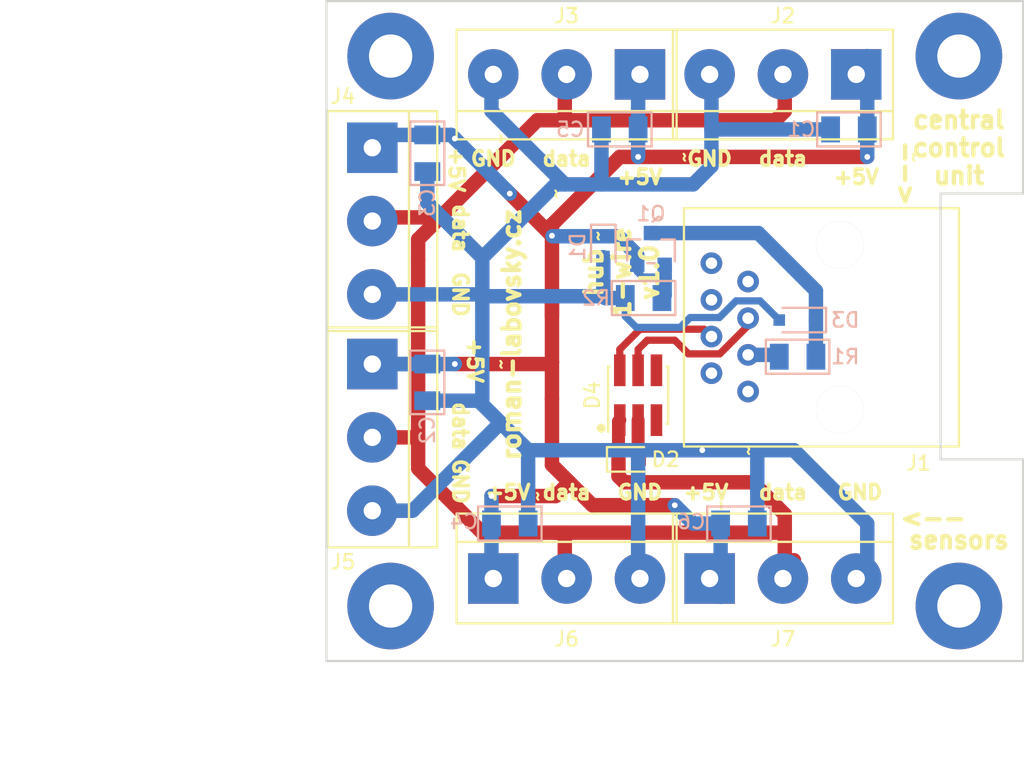
<source format=kicad_pcb>
(kicad_pcb (version 20171130) (host pcbnew "(5.1.6)-1")

  (general
    (thickness 1.6)
    (drawings 34)
    (tracks 156)
    (zones 0)
    (modules 33)
    (nets 8)
  )

  (page A4)
  (layers
    (0 F.Cu signal)
    (31 B.Cu signal)
    (32 B.Adhes user)
    (33 F.Adhes user)
    (34 B.Paste user)
    (35 F.Paste user)
    (36 B.SilkS user)
    (37 F.SilkS user)
    (38 B.Mask user)
    (39 F.Mask user)
    (40 Dwgs.User user)
    (41 Cmts.User user)
    (42 Eco1.User user)
    (43 Eco2.User user)
    (44 Edge.Cuts user)
    (45 Margin user)
    (46 B.CrtYd user)
    (47 F.CrtYd user)
    (48 B.Fab user hide)
    (49 F.Fab user hide)
  )

  (setup
    (last_trace_width 0.5)
    (user_trace_width 0.5)
    (user_trace_width 0.6)
    (user_trace_width 0.9)
    (user_trace_width 1)
    (trace_clearance 0.2)
    (zone_clearance 0.508)
    (zone_45_only no)
    (trace_min 0.2)
    (via_size 0.8)
    (via_drill 0.4)
    (via_min_size 0.4)
    (via_min_drill 0.3)
    (uvia_size 0.3)
    (uvia_drill 0.1)
    (uvias_allowed no)
    (uvia_min_size 0.2)
    (uvia_min_drill 0.1)
    (edge_width 0.05)
    (segment_width 0.2)
    (pcb_text_width 0.3)
    (pcb_text_size 1.5 1.5)
    (mod_edge_width 0.12)
    (mod_text_size 1 1)
    (mod_text_width 0.15)
    (pad_size 0.8 0.8)
    (pad_drill 0.4)
    (pad_to_mask_clearance 0.051)
    (solder_mask_min_width 0.25)
    (aux_axis_origin 0 0)
    (visible_elements 7FFFFFFF)
    (pcbplotparams
      (layerselection 0x010fc_ffffffff)
      (usegerberextensions true)
      (usegerberattributes false)
      (usegerberadvancedattributes false)
      (creategerberjobfile false)
      (excludeedgelayer true)
      (linewidth 0.100000)
      (plotframeref false)
      (viasonmask false)
      (mode 1)
      (useauxorigin false)
      (hpglpennumber 1)
      (hpglpenspeed 20)
      (hpglpendiameter 15.000000)
      (psnegative false)
      (psa4output false)
      (plotreference true)
      (plotvalue false)
      (plotinvisibletext false)
      (padsonsilk false)
      (subtractmaskfromsilk true)
      (outputformat 1)
      (mirror false)
      (drillshape 0)
      (scaleselection 1)
      (outputdirectory "gerber-data/"))
  )

  (net 0 "")
  (net 1 GND)
  (net 2 /data)
  (net 3 "Net-(D2-Pad1)")
  (net 4 /1WIRE_5V_OUT)
  (net 5 "Net-(D3-Pad1)")
  (net 6 "Net-(D4-Pad5)")
  (net 7 /1WIRE_5V)

  (net_class Default "This is the default net class."
    (clearance 0.2)
    (trace_width 0.25)
    (via_dia 0.8)
    (via_drill 0.4)
    (uvia_dia 0.3)
    (uvia_drill 0.1)
    (add_net /1WIRE_5V)
    (add_net /1WIRE_5V_OUT)
    (add_net /data)
    (add_net GND)
    (add_net "Net-(D2-Pad1)")
    (add_net "Net-(D3-Pad1)")
    (add_net "Net-(D4-Pad5)")
  )

  (module package_sot_rl:sot_23 (layer B.Cu) (tedit 621A5B6B) (tstamp 644E1B21)
    (at 214.884 87.122 90)
    (descr SOT-23)
    (tags sot-23)
    (path /6459A637)
    (attr smd)
    (fp_text reference Q1 (at 2.54 0 180) (layer B.SilkS)
      (effects (font (size 1 1) (thickness 0.16)) (justify mirror))
    )
    (fp_text value YJL3415A (at 0.254 -2.54 90) (layer B.Fab)
      (effects (font (size 1 1) (thickness 0.15)) (justify mirror))
    )
    (fp_text user %R (at 0 0 180) (layer B.Fab)
      (effects (font (size 0.5 0.5) (thickness 0.075)) (justify mirror))
    )
    (fp_line (start 0.7 1.52) (end 0.7 -1.52) (layer B.Fab) (width 0.1))
    (fp_line (start 0.76 -1.651) (end -0.7 -1.651) (layer B.SilkS) (width 0.16))
    (fp_line (start -1.7 1.75) (end 1.778 1.75) (layer B.CrtYd) (width 0.05))
    (fp_line (start -0.7 0.95) (end -0.7 -1.5) (layer B.Fab) (width 0.1))
    (fp_line (start -1.7 -1.75) (end -1.7 1.75) (layer B.CrtYd) (width 0.05))
    (fp_line (start -0.7 0.95) (end -0.15 1.52) (layer B.Fab) (width 0.1))
    (fp_line (start 1.778 -1.75) (end -1.7 -1.75) (layer B.CrtYd) (width 0.05))
    (fp_line (start 0.76 1.651) (end -0.762 1.651) (layer B.SilkS) (width 0.16))
    (fp_line (start -0.7 -1.52) (end 0.7 -1.52) (layer B.Fab) (width 0.1))
    (fp_line (start 0.76 1.651) (end 0.76 0.721) (layer B.SilkS) (width 0.16))
    (fp_line (start -0.15 1.52) (end 0.7 1.52) (layer B.Fab) (width 0.1))
    (fp_line (start 1.778 1.75) (end 1.778 -1.75) (layer B.CrtYd) (width 0.05))
    (fp_line (start 0.76 -1.651) (end 0.76 -0.721) (layer B.SilkS) (width 0.16))
    (fp_line (start -0.889 0.254) (end -0.889 -0.254) (layer B.SilkS) (width 0.16))
    (pad 3 smd rect (at 1.2 0 90) (size 1 1) (layers B.Cu B.Paste B.Mask)
      (net 5 "Net-(D3-Pad1)"))
    (pad 2 smd rect (at -1 -0.95 90) (size 1 1) (layers B.Cu B.Paste B.Mask)
      (net 4 /1WIRE_5V_OUT))
    (pad 1 smd rect (at -1 0.95 90) (size 1 1) (layers B.Cu B.Paste B.Mask)
      (net 4 /1WIRE_5V_OUT))
    (model ${RL_3DPACKAGES_DIR}/package_sot.3dshapes/sot_23.step
      (at (xyz 0 0 0))
      (scale (xyz 1 1 1))
      (rotate (xyz 0 0 0))
    )
  )

  (module pad_rl:pad_3x6mm (layer F.Cu) (tedit 622E47C2) (tstamp 644E29C7)
    (at 236.22 111.76)
    (descr "Pad 3x6mm THT")
    (tags "pad 3x6mm tht")
    (fp_text reference ~ (at 0 0.5) (layer F.SilkS)
      (effects (font (size 1 1) (thickness 0.15)))
    )
    (fp_text value pad_3x6mm (at 0 4.572) (layer F.Fab)
      (effects (font (size 1 1) (thickness 0.15)))
    )
    (fp_circle (center 0 0) (end 3 0) (layer Cmts.User) (width 0.15))
    (fp_circle (center 0 0) (end 3.2 0) (layer F.CrtYd) (width 0.05))
    (fp_text user %R (at 0.3 0) (layer F.Fab)
      (effects (font (size 1 1) (thickness 0.15)))
    )
    (pad ~ thru_hole circle (at 0 0) (size 6 6) (drill 3) (layers *.Cu *.Mask))
  )

  (module pad_rl:pad_3x6mm (layer F.Cu) (tedit 622E47C2) (tstamp 644E29B9)
    (at 196.85 111.76)
    (descr "Pad 3x6mm THT")
    (tags "pad 3x6mm tht")
    (fp_text reference ~ (at 0 0.5) (layer F.SilkS)
      (effects (font (size 1 1) (thickness 0.15)))
    )
    (fp_text value pad_3x6mm (at 0 4.572) (layer F.Fab)
      (effects (font (size 1 1) (thickness 0.15)))
    )
    (fp_circle (center 0 0) (end 3.2 0) (layer F.CrtYd) (width 0.05))
    (fp_circle (center 0 0) (end 3 0) (layer Cmts.User) (width 0.15))
    (fp_text user %R (at 0.3 0) (layer F.Fab)
      (effects (font (size 1 1) (thickness 0.15)))
    )
    (pad ~ thru_hole circle (at 0 0) (size 6 6) (drill 3) (layers *.Cu *.Mask))
  )

  (module pad_rl:pad_3x6mm (layer F.Cu) (tedit 622E47C2) (tstamp 644E29AB)
    (at 236.22 73.66)
    (descr "Pad 3x6mm THT")
    (tags "pad 3x6mm tht")
    (fp_text reference ~ (at 0 0.5) (layer F.SilkS)
      (effects (font (size 1 1) (thickness 0.15)))
    )
    (fp_text value pad_3x6mm (at 0 4.572) (layer F.Fab)
      (effects (font (size 1 1) (thickness 0.15)))
    )
    (fp_circle (center 0 0) (end 3 0) (layer Cmts.User) (width 0.15))
    (fp_circle (center 0 0) (end 3.2 0) (layer F.CrtYd) (width 0.05))
    (fp_text user %R (at 0.3 0) (layer F.Fab)
      (effects (font (size 1 1) (thickness 0.15)))
    )
    (pad ~ thru_hole circle (at 0 0) (size 6 6) (drill 3) (layers *.Cu *.Mask))
  )

  (module pad_rl:pad_3x6mm (layer F.Cu) (tedit 622E47C2) (tstamp 644E29A2)
    (at 196.85 73.66)
    (descr "Pad 3x6mm THT")
    (tags "pad 3x6mm tht")
    (fp_text reference ~ (at 0 0.5) (layer F.SilkS)
      (effects (font (size 1 1) (thickness 0.15)))
    )
    (fp_text value pad_3x6mm (at 0 4.572) (layer F.Fab)
      (effects (font (size 1 1) (thickness 0.15)))
    )
    (fp_circle (center 0 0) (end 3.2 0) (layer F.CrtYd) (width 0.05))
    (fp_circle (center 0 0) (end 3 0) (layer Cmts.User) (width 0.15))
    (fp_text user %R (at 0.3 0) (layer F.Fab)
      (effects (font (size 1 1) (thickness 0.15)))
    )
    (pad ~ thru_hole circle (at 0 0) (size 6 6) (drill 3) (layers *.Cu *.Mask))
  )

  (module via_pad_rl:via_pad_0.4x0.8mm (layer F.Cu) (tedit 644E08D6) (tstamp 644E2955)
    (at 205.105 83.185 90)
    (descr "Via pad 0.4 drill 0.8 diameter")
    (tags "via pad 0.4 0.8")
    (fp_text reference ~ (at 0 3.175 90) (layer F.SilkS)
      (effects (font (size 1 1) (thickness 0.15)))
    )
    (fp_text value ~ (at 1.27 -2.54 90) (layer F.Fab)
      (effects (font (size 1 1) (thickness 0.15)))
    )
    (fp_text user %R (at 0.3 0 90) (layer F.Fab)
      (effects (font (size 1 1) (thickness 0.15)))
    )
    (pad ~ thru_hole circle (at 0 0 90) (size 0.8 0.8) (drill 0.4) (layers *.Cu *.Mask)
      (net 4 /1WIRE_5V_OUT))
  )

  (module via_pad_rl:via_pad_0.4x0.8mm (layer F.Cu) (tedit 644E08D6) (tstamp 644E2925)
    (at 201.295 79.375 90)
    (descr "Via pad 0.4 drill 0.8 diameter")
    (tags "via pad 0.4 0.8")
    (fp_text reference ~ (at 0 3.175 90) (layer F.SilkS)
      (effects (font (size 1 1) (thickness 0.15)))
    )
    (fp_text value ~ (at 1.27 -2.54 90) (layer F.Fab)
      (effects (font (size 1 1) (thickness 0.15)))
    )
    (fp_text user %R (at 0.3 0 90) (layer F.Fab)
      (effects (font (size 1 1) (thickness 0.15)))
    )
    (pad ~ thru_hole circle (at 0 0 90) (size 0.8 0.8) (drill 0.4) (layers *.Cu *.Mask)
      (net 4 /1WIRE_5V_OUT))
  )

  (module via_pad_rl:via_pad_0.4x0.8mm (layer F.Cu) (tedit 644E09B1) (tstamp 644E2904)
    (at 218.44 100.965 90)
    (descr "Via pad 0.4 drill 0.8 diameter")
    (tags "via pad 0.4 0.8")
    (fp_text reference ~ (at 0 3.175 90) (layer F.SilkS)
      (effects (font (size 1 1) (thickness 0.15)))
    )
    (fp_text value ~ (at 1.27 -2.54 90) (layer F.Fab)
      (effects (font (size 1 1) (thickness 0.15)))
    )
    (fp_text user %R (at 0.3 0 90) (layer F.Fab)
      (effects (font (size 1 1) (thickness 0.15)))
    )
    (pad ~ thru_hole circle (at 0 0 90) (size 0.8 0.8) (drill 0.4) (layers *.Cu *.Mask)
      (net 1 GND))
  )

  (module via_pad_rl:via_pad_0.4x0.8mm (layer F.Cu) (tedit 644E08D6) (tstamp 644E284E)
    (at 216.535 104.775 90)
    (descr "Via pad 0.4 drill 0.8 diameter")
    (tags "via pad 0.4 0.8")
    (fp_text reference ~ (at 0 3.175 90) (layer F.SilkS)
      (effects (font (size 1 1) (thickness 0.15)))
    )
    (fp_text value ~ (at 1.27 -2.54 90) (layer F.Fab)
      (effects (font (size 1 1) (thickness 0.15)))
    )
    (fp_text user %R (at 0.3 0 90) (layer F.Fab)
      (effects (font (size 1 1) (thickness 0.15)))
    )
    (pad ~ thru_hole circle (at 0 0 90) (size 0.8 0.8) (drill 0.4) (layers *.Cu *.Mask)
      (net 4 /1WIRE_5V_OUT))
  )

  (module via_pad_rl:via_pad_0.4x0.8mm (layer F.Cu) (tedit 644E08D6) (tstamp 644E2844)
    (at 203.835 104.14 90)
    (descr "Via pad 0.4 drill 0.8 diameter")
    (tags "via pad 0.4 0.8")
    (fp_text reference ~ (at 0 3.175 90) (layer F.SilkS)
      (effects (font (size 1 1) (thickness 0.15)))
    )
    (fp_text value ~ (at 1.27 -2.54 90) (layer F.Fab)
      (effects (font (size 1 1) (thickness 0.15)))
    )
    (fp_text user %R (at 0.3 0 90) (layer F.Fab)
      (effects (font (size 1 1) (thickness 0.15)))
    )
    (pad ~ thru_hole circle (at 0 0 90) (size 0.8 0.8) (drill 0.4) (layers *.Cu *.Mask)
      (net 4 /1WIRE_5V_OUT))
  )

  (module via_pad_rl:via_pad_0.4x0.8mm (layer F.Cu) (tedit 644E08D6) (tstamp 644E283A)
    (at 201.295 94.996 90)
    (descr "Via pad 0.4 drill 0.8 diameter")
    (tags "via pad 0.4 0.8")
    (fp_text reference ~ (at 0 3.175 90) (layer F.SilkS)
      (effects (font (size 1 1) (thickness 0.15)))
    )
    (fp_text value ~ (at 1.27 -2.54 90) (layer F.Fab)
      (effects (font (size 1 1) (thickness 0.15)))
    )
    (fp_text user %R (at 0.3 0 90) (layer F.Fab)
      (effects (font (size 1 1) (thickness 0.15)))
    )
    (pad ~ thru_hole circle (at 0 0 90) (size 0.8 0.8) (drill 0.4) (layers *.Cu *.Mask)
      (net 4 /1WIRE_5V_OUT))
  )

  (module via_pad_rl:via_pad_0.4x0.8mm (layer F.Cu) (tedit 644E08D6) (tstamp 644E281E)
    (at 229.87 80.645 90)
    (descr "Via pad 0.4 drill 0.8 diameter")
    (tags "via pad 0.4 0.8")
    (fp_text reference ~ (at 0 3.175 90) (layer F.SilkS)
      (effects (font (size 1 1) (thickness 0.15)))
    )
    (fp_text value ~ (at 1.27 -2.54 90) (layer F.Fab)
      (effects (font (size 1 1) (thickness 0.15)))
    )
    (fp_text user %R (at 0.3 0 90) (layer F.Fab)
      (effects (font (size 1 1) (thickness 0.15)))
    )
    (pad ~ thru_hole circle (at 0 0 90) (size 0.8 0.8) (drill 0.4) (layers *.Cu *.Mask)
      (net 4 /1WIRE_5V_OUT))
  )

  (module via_pad_rl:via_pad_0.4x0.8mm (layer F.Cu) (tedit 644E08D6) (tstamp 644E2814)
    (at 213.995 80.645 90)
    (descr "Via pad 0.4 drill 0.8 diameter")
    (tags "via pad 0.4 0.8")
    (fp_text reference ~ (at 0 3.175 90) (layer F.SilkS)
      (effects (font (size 1 1) (thickness 0.15)))
    )
    (fp_text value ~ (at 1.27 -2.54 90) (layer F.Fab)
      (effects (font (size 1 1) (thickness 0.15)))
    )
    (fp_text user %R (at 0.3 0 90) (layer F.Fab)
      (effects (font (size 1 1) (thickness 0.15)))
    )
    (pad ~ thru_hole circle (at 0 0 90) (size 0.8 0.8) (drill 0.4) (layers *.Cu *.Mask)
      (net 4 /1WIRE_5V_OUT))
  )

  (module via_pad_rl:via_pad_0.4x0.8mm (layer F.Cu) (tedit 644E08D6) (tstamp 644E27FB)
    (at 208.026 86.106 90)
    (descr "Via pad 0.4 drill 0.8 diameter")
    (tags "via pad 0.4 0.8")
    (fp_text reference ~ (at 0 3.175 90) (layer F.SilkS)
      (effects (font (size 1 1) (thickness 0.15)))
    )
    (fp_text value ~ (at 1.27 -2.54 90) (layer F.Fab)
      (effects (font (size 1 1) (thickness 0.15)))
    )
    (fp_text user %R (at 0.3 0 90) (layer F.Fab)
      (effects (font (size 1 1) (thickness 0.15)))
    )
    (pad ~ thru_hole circle (at 0 0 90) (size 0.8 0.8) (drill 0.4) (layers *.Cu *.Mask)
      (net 4 /1WIRE_5V_OUT))
  )

  (module resistor_smd_rl:r_1206 (layer B.Cu) (tedit 621A53EB) (tstamp 644E1B47)
    (at 214.376 90.424 180)
    (descr "SMD resistor 1206")
    (tags "smd resistor 1206")
    (path /6459C845)
    (attr smd)
    (fp_text reference R2 (at 3.302 0) (layer B.SilkS)
      (effects (font (size 1 1) (thickness 0.16)) (justify mirror))
    )
    (fp_text value 100k (at 0.254 -2.032) (layer B.Fab)
      (effects (font (size 1 1) (thickness 0.15)) (justify mirror))
    )
    (fp_line (start 1.6 -0.8) (end -1.6 -0.8) (layer B.Fab) (width 0.12))
    (fp_line (start 2.2 1.1811) (end 2.2 -1.1811) (layer B.CrtYd) (width 0.05))
    (fp_line (start 1.6 0.8) (end 1.6 -0.8) (layer B.Fab) (width 0.12))
    (fp_line (start -1.6 -0.8) (end -1.6 0.8) (layer B.Fab) (width 0.12))
    (fp_line (start 2.2 -1.1811) (end -2.2 -1.1811) (layer B.CrtYd) (width 0.05))
    (fp_line (start -2.1971 1.18) (end 2.2 1.1811) (layer B.CrtYd) (width 0.05))
    (fp_line (start -2.2 -1.1811) (end -2.2 1.1811) (layer B.CrtYd) (width 0.05))
    (fp_line (start -1.6 0.8) (end 1.6 0.8) (layer B.Fab) (width 0.12))
    (fp_line (start 2.2 -1.18) (end -2.2 -1.18) (layer B.SilkS) (width 0.16))
    (fp_line (start -2.2 -1.18) (end -2.2 1.18) (layer B.SilkS) (width 0.16))
    (fp_line (start -2.2 1.18) (end 2.2 1.18) (layer B.SilkS) (width 0.16))
    (fp_line (start 2.2 1.18) (end 2.2 -1.18) (layer B.SilkS) (width 0.16))
    (fp_text user %R (at 0 0) (layer B.Fab)
      (effects (font (size 0.8 0.8) (thickness 0.12)) (justify mirror))
    )
    (pad 2 smd trapezoid (at 1.27 0 180) (size 1.3 1.8) (layers B.Cu B.Paste B.Mask)
      (net 1 GND))
    (pad 1 smd trapezoid (at -1.27 0 180) (size 1.3 1.8) (layers B.Cu B.Paste B.Mask)
      (net 4 /1WIRE_5V_OUT))
    (model ${RL_3DPACKAGES_DIR}/resistor.3dshapes/smd/r_1206.step
      (at (xyz 0 0 0))
      (scale (xyz 1 1 1))
      (rotate (xyz 0 0 0))
    )
  )

  (module resistor_smd_rl:r_1206 (layer B.Cu) (tedit 621A53EB) (tstamp 644E1B34)
    (at 225.044 94.488 180)
    (descr "SMD resistor 1206")
    (tags "smd resistor 1206")
    (path /645A695B)
    (attr smd)
    (fp_text reference R1 (at -3.302 0) (layer B.SilkS)
      (effects (font (size 1 1) (thickness 0.16)) (justify mirror))
    )
    (fp_text value 10R/0.5W (at 0.254 -2.032) (layer B.Fab)
      (effects (font (size 1 1) (thickness 0.15)) (justify mirror))
    )
    (fp_line (start 1.6 -0.8) (end -1.6 -0.8) (layer B.Fab) (width 0.12))
    (fp_line (start 2.2 1.1811) (end 2.2 -1.1811) (layer B.CrtYd) (width 0.05))
    (fp_line (start 1.6 0.8) (end 1.6 -0.8) (layer B.Fab) (width 0.12))
    (fp_line (start -1.6 -0.8) (end -1.6 0.8) (layer B.Fab) (width 0.12))
    (fp_line (start 2.2 -1.1811) (end -2.2 -1.1811) (layer B.CrtYd) (width 0.05))
    (fp_line (start -2.1971 1.18) (end 2.2 1.1811) (layer B.CrtYd) (width 0.05))
    (fp_line (start -2.2 -1.1811) (end -2.2 1.1811) (layer B.CrtYd) (width 0.05))
    (fp_line (start -1.6 0.8) (end 1.6 0.8) (layer B.Fab) (width 0.12))
    (fp_line (start 2.2 -1.18) (end -2.2 -1.18) (layer B.SilkS) (width 0.16))
    (fp_line (start -2.2 -1.18) (end -2.2 1.18) (layer B.SilkS) (width 0.16))
    (fp_line (start -2.2 1.18) (end 2.2 1.18) (layer B.SilkS) (width 0.16))
    (fp_line (start 2.2 1.18) (end 2.2 -1.18) (layer B.SilkS) (width 0.16))
    (fp_text user %R (at 0 0) (layer B.Fab)
      (effects (font (size 0.8 0.8) (thickness 0.12)) (justify mirror))
    )
    (pad 2 smd trapezoid (at 1.27 0 180) (size 1.3 1.8) (layers B.Cu B.Paste B.Mask)
      (net 7 /1WIRE_5V))
    (pad 1 smd trapezoid (at -1.27 0 180) (size 1.3 1.8) (layers B.Cu B.Paste B.Mask)
      (net 5 "Net-(D3-Pad1)"))
    (model ${RL_3DPACKAGES_DIR}/resistor.3dshapes/smd/r_1206.step
      (at (xyz 0 0 0))
      (scale (xyz 1 1 1))
      (rotate (xyz 0 0 0))
    )
  )

  (module package_sod_rl:sod_323 (layer B.Cu) (tedit 6240793D) (tstamp 644E19A3)
    (at 225.044 91.948 180)
    (descr "Package SOD-323")
    (tags sod-323)
    (path /645A213F)
    (attr smd)
    (fp_text reference D3 (at -3.302 0) (layer B.SilkS)
      (effects (font (size 1 1) (thickness 0.16)) (justify mirror))
    )
    (fp_text value ESD3B5V0WS (at 0.254 -1.778) (layer B.Fab)
      (effects (font (size 1 1) (thickness 0.15)) (justify mirror))
    )
    (fp_line (start -1.905 0.9525) (end -1.905 -0.9525) (layer B.CrtYd) (width 0.05))
    (fp_line (start -1.905 0.9525) (end 1.778 0.9525) (layer B.CrtYd) (width 0.05))
    (fp_line (start 0.9 0.7) (end 0.9 -0.7) (layer B.Fab) (width 0.1))
    (fp_line (start 0.2 0) (end 0.45 0) (layer B.Fab) (width 0.1))
    (fp_line (start -0.9 -0.7) (end -0.9 0.7) (layer B.Fab) (width 0.1))
    (fp_line (start 0.2 -0.35) (end -0.3 0) (layer B.Fab) (width 0.1))
    (fp_line (start -1.9685 0.85) (end 1.05 0.85) (layer B.SilkS) (width 0.16))
    (fp_line (start -1.905 -0.9525) (end 1.778 -0.95) (layer B.CrtYd) (width 0.05))
    (fp_line (start -1.9685 -0.85) (end 1.05 -0.85) (layer B.SilkS) (width 0.16))
    (fp_line (start -0.9 0.7) (end 0.9 0.7) (layer B.Fab) (width 0.1))
    (fp_line (start -1.9685 0.85) (end -1.9685 -0.85) (layer B.SilkS) (width 0.16))
    (fp_line (start 0.2 0.35) (end 0.2 -0.35) (layer B.Fab) (width 0.1))
    (fp_line (start -0.3 0) (end -0.5 0) (layer B.Fab) (width 0.1))
    (fp_line (start 0.9 -0.7) (end -0.9 -0.7) (layer B.Fab) (width 0.1))
    (fp_line (start -0.3 0) (end 0.2 0.35) (layer B.Fab) (width 0.1))
    (fp_line (start -0.3 0.35) (end -0.3 -0.35) (layer B.Fab) (width 0.1))
    (fp_line (start 1.778 0.95) (end 1.778 -0.95) (layer B.CrtYd) (width 0.05))
    (fp_text user REF** (at 0.254 1.778) (layer B.Fab)
      (effects (font (size 1 1) (thickness 0.15)) (justify mirror))
    )
    (pad 1 smd rect (at -1.27 0 180) (size 0.8 0.8) (layers B.Cu B.Paste B.Mask)
      (net 5 "Net-(D3-Pad1)"))
    (pad 2 smd rect (at 1.27 0 180) (size 0.8 0.8) (layers B.Cu B.Paste B.Mask)
      (net 1 GND))
    (model ${RL_3DPACKAGES_DIR}/package_sod.3dshapes/sod_323.step
      (at (xyz 0 0 0))
      (scale (xyz 1 1 1))
      (rotate (xyz 0 0 0))
    )
  )

  (module capacitor_smd_rl:c_1206 (layer B.Cu) (tedit 621A53CF) (tstamp 644DFC31)
    (at 220.98 106.045)
    (descr "SMD capacitor 1206")
    (tags "smd capacitor 1206")
    (path /6451337E)
    (attr smd)
    (fp_text reference C6 (at -3.302 -0.127) (layer B.SilkS)
      (effects (font (size 1 1) (thickness 0.16)) (justify mirror))
    )
    (fp_text value 1uF (at -0.254 -2.032) (layer B.Fab)
      (effects (font (size 1 1) (thickness 0.15)) (justify mirror))
    )
    (fp_line (start 2.2 1.1811) (end 2.2 -1.1811) (layer B.CrtYd) (width 0.05))
    (fp_line (start -2.2 1.18) (end 2.2 1.18) (layer B.SilkS) (width 0.16))
    (fp_line (start 2.2 -1.18) (end -2.2 -1.18) (layer B.SilkS) (width 0.16))
    (fp_line (start 2.2 -1.1811) (end -2.2 -1.1811) (layer B.CrtYd) (width 0.05))
    (fp_line (start -2.2 -1.18) (end -2.2 1.18) (layer B.SilkS) (width 0.16))
    (fp_line (start -1.6 0.8) (end 1.6 0.8) (layer B.Fab) (width 0.12))
    (fp_line (start -1.6 -0.8) (end -1.6 0.8) (layer B.Fab) (width 0.12))
    (fp_line (start 1.6 0.8) (end 1.6 -0.8) (layer B.Fab) (width 0.12))
    (fp_line (start 1.6 -0.8) (end -1.6 -0.8) (layer B.Fab) (width 0.12))
    (fp_line (start -2.2 -1.1811) (end -2.2 1.1811) (layer B.CrtYd) (width 0.05))
    (fp_line (start -2.1971 1.18) (end 2.2 1.1811) (layer B.CrtYd) (width 0.05))
    (fp_line (start 2.2 1.18) (end 2.2 -1.18) (layer B.SilkS) (width 0.16))
    (fp_text user %R (at 0 0) (layer B.Fab)
      (effects (font (size 0.8 0.8) (thickness 0.12)) (justify mirror))
    )
    (pad 2 smd trapezoid (at 1.27 0) (size 1.3 1.8) (layers B.Cu B.Paste B.Mask)
      (net 1 GND))
    (pad 1 smd trapezoid (at -1.27 0) (size 1.3 1.8) (layers B.Cu B.Paste B.Mask)
      (net 4 /1WIRE_5V_OUT))
    (model ${RL_3DPACKAGES_DIR}/capacitor.3dshapes/smd/c_1206.step
      (at (xyz 0 0 0))
      (scale (xyz 1 1 1))
      (rotate (xyz 0 0 0))
    )
  )

  (module capacitor_smd_rl:c_1206 (layer B.Cu) (tedit 621A53CF) (tstamp 644DF1F7)
    (at 212.725 78.74 180)
    (descr "SMD capacitor 1206")
    (tags "smd capacitor 1206")
    (path /64512F88)
    (attr smd)
    (fp_text reference C5 (at 3.429 0) (layer B.SilkS)
      (effects (font (size 1 1) (thickness 0.16)) (justify mirror))
    )
    (fp_text value 1uF (at -0.254 -2.032) (layer B.Fab)
      (effects (font (size 1 1) (thickness 0.15)) (justify mirror))
    )
    (fp_line (start 2.2 1.1811) (end 2.2 -1.1811) (layer B.CrtYd) (width 0.05))
    (fp_line (start -2.2 1.18) (end 2.2 1.18) (layer B.SilkS) (width 0.16))
    (fp_line (start 2.2 -1.18) (end -2.2 -1.18) (layer B.SilkS) (width 0.16))
    (fp_line (start 2.2 -1.1811) (end -2.2 -1.1811) (layer B.CrtYd) (width 0.05))
    (fp_line (start -2.2 -1.18) (end -2.2 1.18) (layer B.SilkS) (width 0.16))
    (fp_line (start -1.6 0.8) (end 1.6 0.8) (layer B.Fab) (width 0.12))
    (fp_line (start -1.6 -0.8) (end -1.6 0.8) (layer B.Fab) (width 0.12))
    (fp_line (start 1.6 0.8) (end 1.6 -0.8) (layer B.Fab) (width 0.12))
    (fp_line (start 1.6 -0.8) (end -1.6 -0.8) (layer B.Fab) (width 0.12))
    (fp_line (start -2.2 -1.1811) (end -2.2 1.1811) (layer B.CrtYd) (width 0.05))
    (fp_line (start -2.1971 1.18) (end 2.2 1.1811) (layer B.CrtYd) (width 0.05))
    (fp_line (start 2.2 1.18) (end 2.2 -1.18) (layer B.SilkS) (width 0.16))
    (fp_text user %R (at 0 0) (layer B.Fab)
      (effects (font (size 0.8 0.8) (thickness 0.12)) (justify mirror))
    )
    (pad 2 smd trapezoid (at 1.27 0 180) (size 1.3 1.8) (layers B.Cu B.Paste B.Mask)
      (net 1 GND))
    (pad 1 smd trapezoid (at -1.27 0 180) (size 1.3 1.8) (layers B.Cu B.Paste B.Mask)
      (net 4 /1WIRE_5V_OUT))
    (model ${RL_3DPACKAGES_DIR}/capacitor.3dshapes/smd/c_1206.step
      (at (xyz 0 0 0))
      (scale (xyz 1 1 1))
      (rotate (xyz 0 0 0))
    )
  )

  (module capacitor_smd_rl:c_1206 (layer B.Cu) (tedit 621A53CF) (tstamp 644DFBFB)
    (at 205.105 106.045)
    (descr "SMD capacitor 1206")
    (tags "smd capacitor 1206")
    (path /64512D3C)
    (attr smd)
    (fp_text reference C4 (at -3.175 -0.127) (layer B.SilkS)
      (effects (font (size 1 1) (thickness 0.16)) (justify mirror))
    )
    (fp_text value 1uF (at -0.254 -2.032) (layer B.Fab)
      (effects (font (size 1 1) (thickness 0.15)) (justify mirror))
    )
    (fp_line (start 2.2 1.1811) (end 2.2 -1.1811) (layer B.CrtYd) (width 0.05))
    (fp_line (start -2.2 1.18) (end 2.2 1.18) (layer B.SilkS) (width 0.16))
    (fp_line (start 2.2 -1.18) (end -2.2 -1.18) (layer B.SilkS) (width 0.16))
    (fp_line (start 2.2 -1.1811) (end -2.2 -1.1811) (layer B.CrtYd) (width 0.05))
    (fp_line (start -2.2 -1.18) (end -2.2 1.18) (layer B.SilkS) (width 0.16))
    (fp_line (start -1.6 0.8) (end 1.6 0.8) (layer B.Fab) (width 0.12))
    (fp_line (start -1.6 -0.8) (end -1.6 0.8) (layer B.Fab) (width 0.12))
    (fp_line (start 1.6 0.8) (end 1.6 -0.8) (layer B.Fab) (width 0.12))
    (fp_line (start 1.6 -0.8) (end -1.6 -0.8) (layer B.Fab) (width 0.12))
    (fp_line (start -2.2 -1.1811) (end -2.2 1.1811) (layer B.CrtYd) (width 0.05))
    (fp_line (start -2.1971 1.18) (end 2.2 1.1811) (layer B.CrtYd) (width 0.05))
    (fp_line (start 2.2 1.18) (end 2.2 -1.18) (layer B.SilkS) (width 0.16))
    (fp_text user %R (at 0 0) (layer B.Fab)
      (effects (font (size 0.8 0.8) (thickness 0.12)) (justify mirror))
    )
    (pad 2 smd trapezoid (at 1.27 0) (size 1.3 1.8) (layers B.Cu B.Paste B.Mask)
      (net 1 GND))
    (pad 1 smd trapezoid (at -1.27 0) (size 1.3 1.8) (layers B.Cu B.Paste B.Mask)
      (net 4 /1WIRE_5V_OUT))
    (model ${RL_3DPACKAGES_DIR}/capacitor.3dshapes/smd/c_1206.step
      (at (xyz 0 0 0))
      (scale (xyz 1 1 1))
      (rotate (xyz 0 0 0))
    )
  )

  (module capacitor_smd_rl:c_1206 (layer B.Cu) (tedit 621A53CF) (tstamp 644EC6CD)
    (at 199.39 80.391 270)
    (descr "SMD capacitor 1206")
    (tags "smd capacitor 1206")
    (path /64512998)
    (attr smd)
    (fp_text reference C3 (at 3.429 0 90) (layer B.SilkS)
      (effects (font (size 1 1) (thickness 0.16)) (justify mirror))
    )
    (fp_text value 1uF (at -0.254 -2.032 90) (layer B.Fab)
      (effects (font (size 1 1) (thickness 0.15)) (justify mirror))
    )
    (fp_line (start 2.2 1.1811) (end 2.2 -1.1811) (layer B.CrtYd) (width 0.05))
    (fp_line (start -2.2 1.18) (end 2.2 1.18) (layer B.SilkS) (width 0.16))
    (fp_line (start 2.2 -1.18) (end -2.2 -1.18) (layer B.SilkS) (width 0.16))
    (fp_line (start 2.2 -1.1811) (end -2.2 -1.1811) (layer B.CrtYd) (width 0.05))
    (fp_line (start -2.2 -1.18) (end -2.2 1.18) (layer B.SilkS) (width 0.16))
    (fp_line (start -1.6 0.8) (end 1.6 0.8) (layer B.Fab) (width 0.12))
    (fp_line (start -1.6 -0.8) (end -1.6 0.8) (layer B.Fab) (width 0.12))
    (fp_line (start 1.6 0.8) (end 1.6 -0.8) (layer B.Fab) (width 0.12))
    (fp_line (start 1.6 -0.8) (end -1.6 -0.8) (layer B.Fab) (width 0.12))
    (fp_line (start -2.2 -1.1811) (end -2.2 1.1811) (layer B.CrtYd) (width 0.05))
    (fp_line (start -2.1971 1.18) (end 2.2 1.1811) (layer B.CrtYd) (width 0.05))
    (fp_line (start 2.2 1.18) (end 2.2 -1.18) (layer B.SilkS) (width 0.16))
    (fp_text user %R (at 0 0 90) (layer B.Fab)
      (effects (font (size 0.8 0.8) (thickness 0.12)) (justify mirror))
    )
    (pad 2 smd trapezoid (at 1.27 0 270) (size 1.3 1.8) (layers B.Cu B.Paste B.Mask)
      (net 1 GND))
    (pad 1 smd trapezoid (at -1.27 0 270) (size 1.3 1.8) (layers B.Cu B.Paste B.Mask)
      (net 4 /1WIRE_5V_OUT))
    (model ${RL_3DPACKAGES_DIR}/capacitor.3dshapes/smd/c_1206.step
      (at (xyz 0 0 0))
      (scale (xyz 1 1 1))
      (rotate (xyz 0 0 0))
    )
  )

  (module capacitor_smd_rl:c_1206 (layer B.Cu) (tedit 621A53CF) (tstamp 644DF1BE)
    (at 199.39 96.266 270)
    (descr "SMD capacitor 1206")
    (tags "smd capacitor 1206")
    (path /645127EE)
    (attr smd)
    (fp_text reference C2 (at 3.302 0 90) (layer B.SilkS)
      (effects (font (size 1 1) (thickness 0.16)) (justify mirror))
    )
    (fp_text value 1uF (at -0.254 -2.032 90) (layer B.Fab)
      (effects (font (size 1 1) (thickness 0.15)) (justify mirror))
    )
    (fp_line (start 2.2 1.1811) (end 2.2 -1.1811) (layer B.CrtYd) (width 0.05))
    (fp_line (start -2.2 1.18) (end 2.2 1.18) (layer B.SilkS) (width 0.16))
    (fp_line (start 2.2 -1.18) (end -2.2 -1.18) (layer B.SilkS) (width 0.16))
    (fp_line (start 2.2 -1.1811) (end -2.2 -1.1811) (layer B.CrtYd) (width 0.05))
    (fp_line (start -2.2 -1.18) (end -2.2 1.18) (layer B.SilkS) (width 0.16))
    (fp_line (start -1.6 0.8) (end 1.6 0.8) (layer B.Fab) (width 0.12))
    (fp_line (start -1.6 -0.8) (end -1.6 0.8) (layer B.Fab) (width 0.12))
    (fp_line (start 1.6 0.8) (end 1.6 -0.8) (layer B.Fab) (width 0.12))
    (fp_line (start 1.6 -0.8) (end -1.6 -0.8) (layer B.Fab) (width 0.12))
    (fp_line (start -2.2 -1.1811) (end -2.2 1.1811) (layer B.CrtYd) (width 0.05))
    (fp_line (start -2.1971 1.18) (end 2.2 1.1811) (layer B.CrtYd) (width 0.05))
    (fp_line (start 2.2 1.18) (end 2.2 -1.18) (layer B.SilkS) (width 0.16))
    (fp_text user %R (at 0 0 90) (layer B.Fab)
      (effects (font (size 0.8 0.8) (thickness 0.12)) (justify mirror))
    )
    (pad 2 smd trapezoid (at 1.27 0 270) (size 1.3 1.8) (layers B.Cu B.Paste B.Mask)
      (net 1 GND))
    (pad 1 smd trapezoid (at -1.27 0 270) (size 1.3 1.8) (layers B.Cu B.Paste B.Mask)
      (net 4 /1WIRE_5V_OUT))
    (model ${RL_3DPACKAGES_DIR}/capacitor.3dshapes/smd/c_1206.step
      (at (xyz 0 0 0))
      (scale (xyz 1 1 1))
      (rotate (xyz 0 0 0))
    )
  )

  (module terminal_block_tht_rl:EBBA-03-C-SS-BU (layer F.Cu) (tedit 6340890C) (tstamp 644DFC70)
    (at 224.028 109.855)
    (descr "Screw terminal block 1x3 (https://app.adam-tech.com/products/download/data_sheet/204164/ebba-xx-c-ss-bu-data-sheet.pdf)")
    (tags "screw terminal block 1x3")
    (path /5F0A7DA7)
    (fp_text reference J7 (at 0 4.191 180) (layer F.SilkS)
      (effects (font (size 1 1) (thickness 0.16)))
    )
    (fp_text value Screw_Terminal_01x03 (at 0 -6.35 180) (layer F.Fab)
      (effects (font (size 1 1) (thickness 0.15)))
    )
    (fp_line (start -7.8 -4.826) (end -7.8 3.302) (layer F.CrtYd) (width 0.05))
    (fp_line (start 7.62 -4.5) (end 7.62 3.1) (layer F.SilkS) (width 0.16))
    (fp_line (start 7.55 -2.55) (end -7.55 -2.55) (layer F.Fab) (width 0.12))
    (fp_line (start 7.55 3.1) (end -7.55 3.1) (layer F.Fab) (width 0.12))
    (fp_line (start 7.62 -2.54) (end -7.62 -2.54) (layer F.SilkS) (width 0.16))
    (fp_line (start -7.55 3.1) (end -7.55 -4.5) (layer F.Fab) (width 0.12))
    (fp_line (start 7.8 3.302) (end 7.8 -4.826) (layer F.CrtYd) (width 0.05))
    (fp_line (start 7.62 -4.5) (end -7.62 -4.5) (layer F.SilkS) (width 0.16))
    (fp_line (start -7.62 -4.5) (end -7.62 3.1) (layer F.SilkS) (width 0.16))
    (fp_line (start 7.8 3.302) (end -7.8 3.302) (layer F.CrtYd) (width 0.05))
    (fp_line (start -7.55 -4.5) (end 7.55 -4.5) (layer F.Fab) (width 0.1))
    (fp_line (start 7.62 3.1) (end -7.62 3.1) (layer F.SilkS) (width 0.16))
    (fp_line (start -7.8 -4.826) (end 7.8 -4.826) (layer F.CrtYd) (width 0.05))
    (fp_line (start 7.55 -4.5) (end 7.55 3.1) (layer F.Fab) (width 0.12))
    (fp_text user %R (at 0 0 180) (layer F.Fab)
      (effects (font (size 1 1) (thickness 0.15)))
    )
    (pad 1 thru_hole rect (at -5.08 0 180) (size 3.5 3.5) (drill 1.2) (layers *.Cu *.Mask)
      (net 4 /1WIRE_5V_OUT))
    (pad 3 thru_hole circle (at 5.08 0 180) (size 3.5 3.5) (drill 1.2) (layers *.Cu *.Mask)
      (net 1 GND))
    (pad 2 thru_hole circle (at 0 0 180) (size 3.5 3.5) (drill 1.2) (layers *.Cu *.Mask)
      (net 3 "Net-(D2-Pad1)"))
    (model ${RL_3DPACKAGES_DIR}/terminal_block.3dshapes/EBBA-03-C-SS-BU.step
      (offset (xyz -7.5 -3 0))
      (scale (xyz 1 1 1))
      (rotate (xyz -90 0 0))
    )
  )

  (module terminal_block_tht_rl:EBBA-03-C-SS-BU (layer F.Cu) (tedit 6340890C) (tstamp 5F09EAB7)
    (at 209.042 109.855)
    (descr "Screw terminal block 1x3 (https://app.adam-tech.com/products/download/data_sheet/204164/ebba-xx-c-ss-bu-data-sheet.pdf)")
    (tags "screw terminal block 1x3")
    (path /5F0A7904)
    (fp_text reference J6 (at 0 4.191 180) (layer F.SilkS)
      (effects (font (size 1 1) (thickness 0.16)))
    )
    (fp_text value Screw_Terminal_01x03 (at 0 -6.35 180) (layer F.Fab)
      (effects (font (size 1 1) (thickness 0.15)))
    )
    (fp_line (start -7.8 -4.826) (end -7.8 3.302) (layer F.CrtYd) (width 0.05))
    (fp_line (start 7.62 -4.5) (end 7.62 3.1) (layer F.SilkS) (width 0.16))
    (fp_line (start 7.55 -2.55) (end -7.55 -2.55) (layer F.Fab) (width 0.12))
    (fp_line (start 7.55 3.1) (end -7.55 3.1) (layer F.Fab) (width 0.12))
    (fp_line (start 7.62 -2.54) (end -7.62 -2.54) (layer F.SilkS) (width 0.16))
    (fp_line (start -7.55 3.1) (end -7.55 -4.5) (layer F.Fab) (width 0.12))
    (fp_line (start 7.8 3.302) (end 7.8 -4.826) (layer F.CrtYd) (width 0.05))
    (fp_line (start 7.62 -4.5) (end -7.62 -4.5) (layer F.SilkS) (width 0.16))
    (fp_line (start -7.62 -4.5) (end -7.62 3.1) (layer F.SilkS) (width 0.16))
    (fp_line (start 7.8 3.302) (end -7.8 3.302) (layer F.CrtYd) (width 0.05))
    (fp_line (start -7.55 -4.5) (end 7.55 -4.5) (layer F.Fab) (width 0.1))
    (fp_line (start 7.62 3.1) (end -7.62 3.1) (layer F.SilkS) (width 0.16))
    (fp_line (start -7.8 -4.826) (end 7.8 -4.826) (layer F.CrtYd) (width 0.05))
    (fp_line (start 7.55 -4.5) (end 7.55 3.1) (layer F.Fab) (width 0.12))
    (fp_text user %R (at 0 0 180) (layer F.Fab)
      (effects (font (size 1 1) (thickness 0.15)))
    )
    (pad 1 thru_hole rect (at -5.08 0 180) (size 3.5 3.5) (drill 1.2) (layers *.Cu *.Mask)
      (net 4 /1WIRE_5V_OUT))
    (pad 3 thru_hole circle (at 5.08 0 180) (size 3.5 3.5) (drill 1.2) (layers *.Cu *.Mask)
      (net 1 GND))
    (pad 2 thru_hole circle (at 0 0 180) (size 3.5 3.5) (drill 1.2) (layers *.Cu *.Mask)
      (net 3 "Net-(D2-Pad1)"))
    (model ${RL_3DPACKAGES_DIR}/terminal_block.3dshapes/EBBA-03-C-SS-BU.step
      (offset (xyz -7.5 -3 0))
      (scale (xyz 1 1 1))
      (rotate (xyz -90 0 0))
    )
  )

  (module terminal_block_tht_rl:EBBA-03-C-SS-BU (layer F.Cu) (tedit 6340890C) (tstamp 5F09CD18)
    (at 195.58 100.076 270)
    (descr "Screw terminal block 1x3 (https://app.adam-tech.com/products/download/data_sheet/204164/ebba-xx-c-ss-bu-data-sheet.pdf)")
    (tags "screw terminal block 1x3")
    (path /5F09E35A)
    (fp_text reference J5 (at 8.636 2.032 180) (layer F.SilkS)
      (effects (font (size 1 1) (thickness 0.16)))
    )
    (fp_text value Screw_Terminal_01x03 (at 0 -6.35 90) (layer F.Fab)
      (effects (font (size 1 1) (thickness 0.15)))
    )
    (fp_line (start -7.8 -4.826) (end -7.8 3.302) (layer F.CrtYd) (width 0.05))
    (fp_line (start 7.62 -4.5) (end 7.62 3.1) (layer F.SilkS) (width 0.16))
    (fp_line (start 7.55 -2.55) (end -7.55 -2.55) (layer F.Fab) (width 0.12))
    (fp_line (start 7.55 3.1) (end -7.55 3.1) (layer F.Fab) (width 0.12))
    (fp_line (start 7.62 -2.54) (end -7.62 -2.54) (layer F.SilkS) (width 0.16))
    (fp_line (start -7.55 3.1) (end -7.55 -4.5) (layer F.Fab) (width 0.12))
    (fp_line (start 7.8 3.302) (end 7.8 -4.826) (layer F.CrtYd) (width 0.05))
    (fp_line (start 7.62 -4.5) (end -7.62 -4.5) (layer F.SilkS) (width 0.16))
    (fp_line (start -7.62 -4.5) (end -7.62 3.1) (layer F.SilkS) (width 0.16))
    (fp_line (start 7.8 3.302) (end -7.8 3.302) (layer F.CrtYd) (width 0.05))
    (fp_line (start -7.55 -4.5) (end 7.55 -4.5) (layer F.Fab) (width 0.1))
    (fp_line (start 7.62 3.1) (end -7.62 3.1) (layer F.SilkS) (width 0.16))
    (fp_line (start -7.8 -4.826) (end 7.8 -4.826) (layer F.CrtYd) (width 0.05))
    (fp_line (start 7.55 -4.5) (end 7.55 3.1) (layer F.Fab) (width 0.12))
    (fp_text user %R (at 0 0 90) (layer F.Fab)
      (effects (font (size 1 1) (thickness 0.15)))
    )
    (pad 1 thru_hole rect (at -5.08 0 90) (size 3.5 3.5) (drill 1.2) (layers *.Cu *.Mask)
      (net 4 /1WIRE_5V_OUT))
    (pad 3 thru_hole circle (at 5.08 0 90) (size 3.5 3.5) (drill 1.2) (layers *.Cu *.Mask)
      (net 1 GND))
    (pad 2 thru_hole circle (at 0 0 90) (size 3.5 3.5) (drill 1.2) (layers *.Cu *.Mask)
      (net 3 "Net-(D2-Pad1)"))
    (model ${RL_3DPACKAGES_DIR}/terminal_block.3dshapes/EBBA-03-C-SS-BU.step
      (offset (xyz -7.5 -3 0))
      (scale (xyz 1 1 1))
      (rotate (xyz -90 0 0))
    )
  )

  (module terminal_block_tht_rl:EBBA-03-C-SS-BU (layer F.Cu) (tedit 6340890C) (tstamp 5F09CD02)
    (at 195.58 85.09 270)
    (descr "Screw terminal block 1x3 (https://app.adam-tech.com/products/download/data_sheet/204164/ebba-xx-c-ss-bu-data-sheet.pdf)")
    (tags "screw terminal block 1x3")
    (path /5F09E09D)
    (fp_text reference J4 (at -8.636 2.032 180) (layer F.SilkS)
      (effects (font (size 1 1) (thickness 0.16)))
    )
    (fp_text value Screw_Terminal_01x03 (at 0 -6.35 90) (layer F.Fab)
      (effects (font (size 1 1) (thickness 0.15)))
    )
    (fp_line (start -7.8 -4.826) (end -7.8 3.302) (layer F.CrtYd) (width 0.05))
    (fp_line (start 7.62 -4.5) (end 7.62 3.1) (layer F.SilkS) (width 0.16))
    (fp_line (start 7.55 -2.55) (end -7.55 -2.55) (layer F.Fab) (width 0.12))
    (fp_line (start 7.55 3.1) (end -7.55 3.1) (layer F.Fab) (width 0.12))
    (fp_line (start 7.62 -2.54) (end -7.62 -2.54) (layer F.SilkS) (width 0.16))
    (fp_line (start -7.55 3.1) (end -7.55 -4.5) (layer F.Fab) (width 0.12))
    (fp_line (start 7.8 3.302) (end 7.8 -4.826) (layer F.CrtYd) (width 0.05))
    (fp_line (start 7.62 -4.5) (end -7.62 -4.5) (layer F.SilkS) (width 0.16))
    (fp_line (start -7.62 -4.5) (end -7.62 3.1) (layer F.SilkS) (width 0.16))
    (fp_line (start 7.8 3.302) (end -7.8 3.302) (layer F.CrtYd) (width 0.05))
    (fp_line (start -7.55 -4.5) (end 7.55 -4.5) (layer F.Fab) (width 0.1))
    (fp_line (start 7.62 3.1) (end -7.62 3.1) (layer F.SilkS) (width 0.16))
    (fp_line (start -7.8 -4.826) (end 7.8 -4.826) (layer F.CrtYd) (width 0.05))
    (fp_line (start 7.55 -4.5) (end 7.55 3.1) (layer F.Fab) (width 0.12))
    (fp_text user %R (at 0 0 90) (layer F.Fab)
      (effects (font (size 1 1) (thickness 0.15)))
    )
    (pad 1 thru_hole rect (at -5.08 0 90) (size 3.5 3.5) (drill 1.2) (layers *.Cu *.Mask)
      (net 4 /1WIRE_5V_OUT))
    (pad 3 thru_hole circle (at 5.08 0 90) (size 3.5 3.5) (drill 1.2) (layers *.Cu *.Mask)
      (net 1 GND))
    (pad 2 thru_hole circle (at 0 0 90) (size 3.5 3.5) (drill 1.2) (layers *.Cu *.Mask)
      (net 3 "Net-(D2-Pad1)"))
    (model ${RL_3DPACKAGES_DIR}/terminal_block.3dshapes/EBBA-03-C-SS-BU.step
      (offset (xyz -7.5 -3 0))
      (scale (xyz 1 1 1))
      (rotate (xyz -90 0 0))
    )
  )

  (module terminal_block_tht_rl:EBBA-03-C-SS-BU (layer F.Cu) (tedit 6340890C) (tstamp 5F09CDA0)
    (at 209.042 74.93 180)
    (descr "Screw terminal block 1x3 (https://app.adam-tech.com/products/download/data_sheet/204164/ebba-xx-c-ss-bu-data-sheet.pdf)")
    (tags "screw terminal block 1x3")
    (path /5F09D62F)
    (fp_text reference J3 (at 0 4.064 180) (layer F.SilkS)
      (effects (font (size 1 1) (thickness 0.16)))
    )
    (fp_text value Screw_Terminal_01x03 (at 0 -6.35 180) (layer F.Fab)
      (effects (font (size 1 1) (thickness 0.15)))
    )
    (fp_line (start -7.8 -4.826) (end -7.8 3.302) (layer F.CrtYd) (width 0.05))
    (fp_line (start 7.62 -4.5) (end 7.62 3.1) (layer F.SilkS) (width 0.16))
    (fp_line (start 7.55 -2.55) (end -7.55 -2.55) (layer F.Fab) (width 0.12))
    (fp_line (start 7.55 3.1) (end -7.55 3.1) (layer F.Fab) (width 0.12))
    (fp_line (start 7.62 -2.54) (end -7.62 -2.54) (layer F.SilkS) (width 0.16))
    (fp_line (start -7.55 3.1) (end -7.55 -4.5) (layer F.Fab) (width 0.12))
    (fp_line (start 7.8 3.302) (end 7.8 -4.826) (layer F.CrtYd) (width 0.05))
    (fp_line (start 7.62 -4.5) (end -7.62 -4.5) (layer F.SilkS) (width 0.16))
    (fp_line (start -7.62 -4.5) (end -7.62 3.1) (layer F.SilkS) (width 0.16))
    (fp_line (start 7.8 3.302) (end -7.8 3.302) (layer F.CrtYd) (width 0.05))
    (fp_line (start -7.55 -4.5) (end 7.55 -4.5) (layer F.Fab) (width 0.1))
    (fp_line (start 7.62 3.1) (end -7.62 3.1) (layer F.SilkS) (width 0.16))
    (fp_line (start -7.8 -4.826) (end 7.8 -4.826) (layer F.CrtYd) (width 0.05))
    (fp_line (start 7.55 -4.5) (end 7.55 3.1) (layer F.Fab) (width 0.12))
    (fp_text user %R (at 0 0 180) (layer F.Fab)
      (effects (font (size 1 1) (thickness 0.15)))
    )
    (pad 1 thru_hole rect (at -5.08 0) (size 3.5 3.5) (drill 1.2) (layers *.Cu *.Mask)
      (net 4 /1WIRE_5V_OUT))
    (pad 3 thru_hole circle (at 5.08 0) (size 3.5 3.5) (drill 1.2) (layers *.Cu *.Mask)
      (net 1 GND))
    (pad 2 thru_hole circle (at 0 0) (size 3.5 3.5) (drill 1.2) (layers *.Cu *.Mask)
      (net 3 "Net-(D2-Pad1)"))
    (model ${RL_3DPACKAGES_DIR}/terminal_block.3dshapes/EBBA-03-C-SS-BU.step
      (offset (xyz -7.5 -3 0))
      (scale (xyz 1 1 1))
      (rotate (xyz -90 0 0))
    )
  )

  (module terminal_block_tht_rl:EBBA-03-C-SS-BU (layer F.Cu) (tedit 6340890C) (tstamp 5E7379B6)
    (at 224.028 74.93 180)
    (descr "Screw terminal block 1x3 (https://app.adam-tech.com/products/download/data_sheet/204164/ebba-xx-c-ss-bu-data-sheet.pdf)")
    (tags "screw terminal block 1x3")
    (path /5E70DB6B)
    (fp_text reference J2 (at 0 4.064 180) (layer F.SilkS)
      (effects (font (size 1 1) (thickness 0.16)))
    )
    (fp_text value Screw_Terminal_01x03 (at 0 -6.35 180) (layer F.Fab)
      (effects (font (size 1 1) (thickness 0.15)))
    )
    (fp_line (start -7.8 -4.826) (end -7.8 3.302) (layer F.CrtYd) (width 0.05))
    (fp_line (start 7.62 -4.5) (end 7.62 3.1) (layer F.SilkS) (width 0.16))
    (fp_line (start 7.55 -2.55) (end -7.55 -2.55) (layer F.Fab) (width 0.12))
    (fp_line (start 7.55 3.1) (end -7.55 3.1) (layer F.Fab) (width 0.12))
    (fp_line (start 7.62 -2.54) (end -7.62 -2.54) (layer F.SilkS) (width 0.16))
    (fp_line (start -7.55 3.1) (end -7.55 -4.5) (layer F.Fab) (width 0.12))
    (fp_line (start 7.8 3.302) (end 7.8 -4.826) (layer F.CrtYd) (width 0.05))
    (fp_line (start 7.62 -4.5) (end -7.62 -4.5) (layer F.SilkS) (width 0.16))
    (fp_line (start -7.62 -4.5) (end -7.62 3.1) (layer F.SilkS) (width 0.16))
    (fp_line (start 7.8 3.302) (end -7.8 3.302) (layer F.CrtYd) (width 0.05))
    (fp_line (start -7.55 -4.5) (end 7.55 -4.5) (layer F.Fab) (width 0.1))
    (fp_line (start 7.62 3.1) (end -7.62 3.1) (layer F.SilkS) (width 0.16))
    (fp_line (start -7.8 -4.826) (end 7.8 -4.826) (layer F.CrtYd) (width 0.05))
    (fp_line (start 7.55 -4.5) (end 7.55 3.1) (layer F.Fab) (width 0.12))
    (fp_text user %R (at 0 0 180) (layer F.Fab)
      (effects (font (size 1 1) (thickness 0.15)))
    )
    (pad 1 thru_hole rect (at -5.08 0) (size 3.5 3.5) (drill 1.2) (layers *.Cu *.Mask)
      (net 4 /1WIRE_5V_OUT))
    (pad 3 thru_hole circle (at 5.08 0) (size 3.5 3.5) (drill 1.2) (layers *.Cu *.Mask)
      (net 1 GND))
    (pad 2 thru_hole circle (at 0 0) (size 3.5 3.5) (drill 1.2) (layers *.Cu *.Mask)
      (net 3 "Net-(D2-Pad1)"))
    (model ${RL_3DPACKAGES_DIR}/terminal_block.3dshapes/EBBA-03-C-SS-BU.step
      (offset (xyz -7.5 -3 0))
      (scale (xyz 1 1 1))
      (rotate (xyz -90 0 0))
    )
  )

  (module connector_rl:rj45_54601-908WPLF (layer F.Cu) (tedit 621A65EF) (tstamp 5E736A40)
    (at 227.965 92.456 90)
    (descr "RJ45 54601-908WPLF (https://www.amphenol-icc.com/modular-jack-54601908wplf.html)")
    (tags "rj45 908wplf")
    (path /5E703D81)
    (fp_text reference J1 (at -9.398 5.461) (layer F.SilkS)
      (effects (font (size 1 1) (thickness 0.16)))
    )
    (fp_text value RJ45 (at 0 9.525 -90) (layer F.Fab)
      (effects (font (size 1 1) (thickness 0.15)))
    )
    (fp_line (start 8.255 -10.795) (end -8.255 -10.795) (layer F.SilkS) (width 0.16))
    (fp_line (start 8.255 8.255) (end 8.255 -10.795) (layer F.SilkS) (width 0.16))
    (fp_line (start -8.255 8.255) (end 8.255 8.255) (layer F.SilkS) (width 0.16))
    (fp_line (start -8.255 -10.795) (end -8.255 8.255) (layer F.SilkS) (width 0.16))
    (fp_line (start 7.62 -10.12) (end 7.62 7.88) (layer F.Fab) (width 0.05))
    (fp_line (start 7.62 -10.16) (end 7.62 7.88) (layer F.CrtYd) (width 0.05))
    (fp_line (start 7.62 7.88) (end -7.62 7.88) (layer F.CrtYd) (width 0.05))
    (fp_line (start -7.62 -10.16) (end -7.62 7.88) (layer F.CrtYd) (width 0.05))
    (fp_line (start 7.62 -10.16) (end -7.62 -10.16) (layer F.CrtYd) (width 0.05))
    (fp_line (start 7.62 -10.12) (end -7.62 -10.12) (layer F.Fab) (width 0.05))
    (fp_line (start 7.62 7.88) (end -7.62 7.88) (layer F.Fab) (width 0.05))
    (fp_line (start -7.62 -10.12) (end -7.62 7.88) (layer F.Fab) (width 0.05))
    (fp_line (start 7.62 -10.12) (end 7.62 7.88) (layer F.Fab) (width 0.05))
    (fp_text user %R (at 0 -2.54 -90) (layer F.Fab)
      (effects (font (size 1 1) (thickness 0.15)))
    )
    (pad 3 thru_hole circle (at -1.904 -6.35 90) (size 1.5 1.5) (drill 0.8) (layers *.Cu *.Mask)
      (net 7 /1WIRE_5V))
    (pad 8 thru_hole circle (at 4.446 -8.89 90) (size 1.5 1.5) (drill 0.8) (layers *.Cu *.Mask))
    (pad "" np_thru_hole circle (at -5.716 0 90) (size 3.3 3.3) (drill 3.3) (layers *.Cu *.SilkS *.Mask))
    (pad 7 thru_hole circle (at 3.176 -6.35 90) (size 1.5 1.5) (drill 0.8) (layers *.Cu *.Mask))
    (pad 2 thru_hole circle (at -3.174 -8.89 90) (size 1.5 1.5) (drill 0.8) (layers *.Cu *.Mask))
    (pad 5 thru_hole circle (at 0.636 -6.35 90) (size 1.5 1.5) (drill 0.8) (layers *.Cu *.Mask)
      (net 6 "Net-(D4-Pad5)"))
    (pad 4 thru_hole circle (at -0.634 -8.89 90) (size 1.5 1.5) (drill 0.8) (layers *.Cu *.Mask)
      (net 2 /data))
    (pad 6 thru_hole circle (at 1.906 -8.89 270) (size 1.5 1.5) (drill 0.8) (layers *.Cu *.Mask))
    (pad 1 thru_hole circle (at -4.444 -6.35 90) (size 1.5 1.5) (drill 0.8) (layers *.Cu *.Mask))
    (pad "" np_thru_hole circle (at 5.716 0 90) (size 3.3 3.3) (drill 3.3) (layers *.Cu *.SilkS *.Mask))
    (model ${RL_3DPACKAGES_DIR}/rj_connector.3dshapes/tht/rj45_54601-908wplf.step
      (offset (xyz 0 -8 11.5))
      (scale (xyz 1 1 1))
      (rotate (xyz 180 0 0))
    )
  )

  (module package_tsoc_rl:tsoc_6 (layer F.Cu) (tedit 6329C869) (tstamp 5F09F6C8)
    (at 213.995 97.155 90)
    (descr "Package TSOC-6")
    (tags tsoc-6)
    (path /5E8D2FE9)
    (attr smd)
    (fp_text reference D4 (at 0 -3.175 90) (layer F.SilkS)
      (effects (font (size 1 1) (thickness 0.16)))
    )
    (fp_text value DS9503 (at 0 3.048 90) (layer F.Fab)
      (effects (font (size 1 1) (thickness 0.15)))
    )
    (fp_line (start -1.88 -1.27) (end -1.18 -1.97) (layer F.Fab) (width 0.1))
    (fp_line (start -2.9972 -2.22) (end -2.9972 2.22) (layer F.CrtYd) (width 0.05))
    (fp_line (start 2.9972 -2.22) (end 2.9972 2.22) (layer F.CrtYd) (width 0.05))
    (fp_line (start 1.99 -2.08) (end 1.99 -1.9685) (layer F.SilkS) (width 0.16))
    (fp_line (start 1.99 1.9685) (end 1.99 2.08) (layer F.SilkS) (width 0.16))
    (fp_line (start -1.99 2.08) (end 1.99 2.08) (layer F.SilkS) (width 0.16))
    (fp_line (start -2.9972 2.22) (end 2.9972 2.22) (layer F.CrtYd) (width 0.05))
    (fp_line (start -1.99 1.9685) (end -1.99 2.08) (layer F.SilkS) (width 0.16))
    (fp_line (start -2.9972 -2.22) (end 2.9972 -2.22) (layer F.CrtYd) (width 0.05))
    (fp_line (start -1.18 -1.97) (end 1.88 -1.97) (layer F.Fab) (width 0.1))
    (fp_line (start -1.88 1.97) (end 1.88 1.97) (layer F.Fab) (width 0.1))
    (fp_line (start -1.88 -1.27) (end -1.88 1.97) (layer F.Fab) (width 0.1))
    (fp_line (start -2.54 -2.08) (end 1.99 -2.08) (layer F.SilkS) (width 0.16))
    (fp_line (start 1.88 -1.97) (end 1.88 1.97) (layer F.Fab) (width 0.1))
    (fp_circle (center -2.286 -2.55499) (end -2.54 -2.55499) (layer F.SilkS) (width 0.12))
    (fp_circle (center -2.286 -2.55499) (end -2.2225 -2.42799) (layer F.SilkS) (width 0.12))
    (fp_circle (center -2.286 -2.55499) (end -2.286 -2.49149) (layer F.SilkS) (width 0.12))
    (fp_text user %R (at 0 0 90) (layer F.Fab)
      (effects (font (size 0.7 0.7) (thickness 0.127)))
    )
    (pad 2 smd rect (at -1.7272 0 90) (size 2.2 0.8) (layers F.Cu F.Paste F.Mask)
      (net 1 GND))
    (pad 3 smd rect (at -1.7272 1.27 90) (size 2.2 0.8) (layers F.Cu F.Paste F.Mask))
    (pad 1 smd rect (at -1.7272 -1.27 90) (size 2.2 0.8) (layers F.Cu F.Paste F.Mask)
      (net 3 "Net-(D2-Pad1)"))
    (pad 4 smd rect (at 1.7272 1.27 90) (size 2.2 0.8) (layers F.Cu F.Paste F.Mask))
    (pad 5 smd rect (at 1.7272 0 90) (size 2.2 0.8) (layers F.Cu F.Paste F.Mask)
      (net 6 "Net-(D4-Pad5)"))
    (pad 6 smd rect (at 1.7272 -1.27 90) (size 2.2 0.8) (layers F.Cu F.Paste F.Mask)
      (net 2 /data))
    (model ${RL_3DPACKAGES_DIR}/package_tsoc.3dshapes/tsoc_6.step
      (at (xyz 0 0 0))
      (scale (xyz 1 1 1))
      (rotate (xyz 0 0 0))
    )
  )

  (module package_sod_rl:sod_523 (layer F.Cu) (tedit 63276BD0) (tstamp 5F09F7BB)
    (at 213.36 101.6)
    (descr SOD-523)
    (tags sod-523)
    (path /5E8CE47F)
    (attr smd)
    (fp_text reference D2 (at 2.54 0) (layer F.SilkS)
      (effects (font (size 1 1) (thickness 0.16)))
    )
    (fp_text value UCLAMP0501H.TCT (at 0 1.778) (layer F.Fab)
      (effects (font (size 1 1) (thickness 0.15)))
    )
    (fp_line (start 1.524 -0.95) (end 1.524 0.95) (layer F.CrtYd) (width 0.05))
    (fp_line (start -0.3 -0.35) (end -0.3 0.35) (layer F.Fab) (width 0.1))
    (fp_line (start -0.3 0) (end 0.2 -0.35) (layer F.Fab) (width 0.1))
    (fp_line (start -0.3 0) (end -0.5 0) (layer F.Fab) (width 0.1))
    (fp_line (start 0.2 -0.35) (end 0.2 0.35) (layer F.Fab) (width 0.1))
    (fp_line (start -1.524 -0.85) (end -1.524 0.85) (layer F.SilkS) (width 0.16))
    (fp_line (start -1.524 0.85) (end 1.05 0.85) (layer F.SilkS) (width 0.16))
    (fp_line (start -1.524 -0.85) (end 1.05 -0.85) (layer F.SilkS) (width 0.16))
    (fp_line (start 0.9 0.7) (end -0.9 0.7) (layer F.Fab) (width 0.1))
    (fp_line (start -1.778 0.9525) (end 1.524 0.95) (layer F.CrtYd) (width 0.05))
    (fp_line (start -0.9 -0.7) (end 0.9 -0.7) (layer F.Fab) (width 0.1))
    (fp_line (start 0.9 -0.7) (end 0.9 0.7) (layer F.Fab) (width 0.1))
    (fp_line (start -1.778 -0.9525) (end 1.524 -0.9525) (layer F.CrtYd) (width 0.05))
    (fp_line (start 0.2 0) (end 0.45 0) (layer F.Fab) (width 0.1))
    (fp_line (start -0.9 0.7) (end -0.9 -0.7) (layer F.Fab) (width 0.1))
    (fp_line (start -1.778 -0.9525) (end -1.778 0.9525) (layer F.CrtYd) (width 0.05))
    (fp_line (start 0.2 0.35) (end -0.3 0) (layer F.Fab) (width 0.1))
    (pad 2 smd rect (at 0.725 0) (size 0.9 0.9) (layers F.Cu F.Paste F.Mask)
      (net 1 GND))
    (pad 1 smd rect (at -0.725 0) (size 0.9 0.9) (layers F.Cu F.Paste F.Mask)
      (net 3 "Net-(D2-Pad1)"))
    (model ${RL_3DPACKAGES_DIR}/package_sod.3dshapes/sod_523.step
      (at (xyz 0 0 0))
      (scale (xyz 1 1 1))
      (rotate (xyz -90 0 0))
    )
  )

  (module package_sod_rl:sod_523 (layer B.Cu) (tedit 63276BD0) (tstamp 5E7369A6)
    (at 211.582 86.868 270)
    (descr SOD-523)
    (tags sod-523)
    (path /5E8CBC59)
    (attr smd)
    (fp_text reference D1 (at 0 1.778 270) (layer B.SilkS)
      (effects (font (size 1 1) (thickness 0.16)) (justify mirror))
    )
    (fp_text value UCLAMP0501H.TCT (at 0 -1.778 270) (layer B.Fab)
      (effects (font (size 1 1) (thickness 0.15)) (justify mirror))
    )
    (fp_line (start 1.524 0.95) (end 1.524 -0.95) (layer B.CrtYd) (width 0.05))
    (fp_line (start -0.3 0.35) (end -0.3 -0.35) (layer B.Fab) (width 0.1))
    (fp_line (start -0.3 0) (end 0.2 0.35) (layer B.Fab) (width 0.1))
    (fp_line (start -0.3 0) (end -0.5 0) (layer B.Fab) (width 0.1))
    (fp_line (start 0.2 0.35) (end 0.2 -0.35) (layer B.Fab) (width 0.1))
    (fp_line (start -1.524 0.85) (end -1.524 -0.85) (layer B.SilkS) (width 0.16))
    (fp_line (start -1.524 -0.85) (end 1.05 -0.85) (layer B.SilkS) (width 0.16))
    (fp_line (start -1.524 0.85) (end 1.05 0.85) (layer B.SilkS) (width 0.16))
    (fp_line (start 0.9 -0.7) (end -0.9 -0.7) (layer B.Fab) (width 0.1))
    (fp_line (start -1.778 -0.9525) (end 1.524 -0.95) (layer B.CrtYd) (width 0.05))
    (fp_line (start -0.9 0.7) (end 0.9 0.7) (layer B.Fab) (width 0.1))
    (fp_line (start 0.9 0.7) (end 0.9 -0.7) (layer B.Fab) (width 0.1))
    (fp_line (start -1.778 0.9525) (end 1.524 0.9525) (layer B.CrtYd) (width 0.05))
    (fp_line (start 0.2 0) (end 0.45 0) (layer B.Fab) (width 0.1))
    (fp_line (start -0.9 -0.7) (end -0.9 0.7) (layer B.Fab) (width 0.1))
    (fp_line (start -1.778 0.9525) (end -1.778 -0.9525) (layer B.CrtYd) (width 0.05))
    (fp_line (start 0.2 -0.35) (end -0.3 0) (layer B.Fab) (width 0.1))
    (pad 2 smd rect (at 0.725 0 270) (size 0.9 0.9) (layers B.Cu B.Paste B.Mask)
      (net 1 GND))
    (pad 1 smd rect (at -0.725 0 270) (size 0.9 0.9) (layers B.Cu B.Paste B.Mask)
      (net 4 /1WIRE_5V_OUT))
    (model ${RL_3DPACKAGES_DIR}/package_sod.3dshapes/sod_523.step
      (at (xyz 0 0 0))
      (scale (xyz 1 1 1))
      (rotate (xyz -90 0 0))
    )
  )

  (module capacitor_smd_rl:c_1206 (layer B.Cu) (tedit 621A53CF) (tstamp 5F09FF83)
    (at 228.6 78.74 180)
    (descr "SMD capacitor 1206")
    (tags "smd capacitor 1206")
    (path /5E8380E3)
    (attr smd)
    (fp_text reference C1 (at 3.302 0) (layer B.SilkS)
      (effects (font (size 1 1) (thickness 0.16)) (justify mirror))
    )
    (fp_text value 1uF (at -0.254 -2.032) (layer B.Fab)
      (effects (font (size 1 1) (thickness 0.15)) (justify mirror))
    )
    (fp_line (start 2.2 1.1811) (end 2.2 -1.1811) (layer B.CrtYd) (width 0.05))
    (fp_line (start -2.2 1.18) (end 2.2 1.18) (layer B.SilkS) (width 0.16))
    (fp_line (start 2.2 -1.18) (end -2.2 -1.18) (layer B.SilkS) (width 0.16))
    (fp_line (start 2.2 -1.1811) (end -2.2 -1.1811) (layer B.CrtYd) (width 0.05))
    (fp_line (start -2.2 -1.18) (end -2.2 1.18) (layer B.SilkS) (width 0.16))
    (fp_line (start -1.6 0.8) (end 1.6 0.8) (layer B.Fab) (width 0.12))
    (fp_line (start -1.6 -0.8) (end -1.6 0.8) (layer B.Fab) (width 0.12))
    (fp_line (start 1.6 0.8) (end 1.6 -0.8) (layer B.Fab) (width 0.12))
    (fp_line (start 1.6 -0.8) (end -1.6 -0.8) (layer B.Fab) (width 0.12))
    (fp_line (start -2.2 -1.1811) (end -2.2 1.1811) (layer B.CrtYd) (width 0.05))
    (fp_line (start -2.1971 1.18) (end 2.2 1.1811) (layer B.CrtYd) (width 0.05))
    (fp_line (start 2.2 1.18) (end 2.2 -1.18) (layer B.SilkS) (width 0.16))
    (fp_text user %R (at 0 0) (layer B.Fab)
      (effects (font (size 0.8 0.8) (thickness 0.12)) (justify mirror))
    )
    (pad 2 smd trapezoid (at 1.27 0 180) (size 1.3 1.8) (layers B.Cu B.Paste B.Mask)
      (net 1 GND))
    (pad 1 smd trapezoid (at -1.27 0 180) (size 1.3 1.8) (layers B.Cu B.Paste B.Mask)
      (net 4 /1WIRE_5V_OUT))
    (model ${RL_3DPACKAGES_DIR}/capacitor.3dshapes/smd/c_1206.step
      (at (xyz 0 0 0))
      (scale (xyz 1 1 1))
      (rotate (xyz 0 0 0))
    )
  )

  (gr_text <-- (at 232.41 81.788 90) (layer F.SilkS) (tstamp 644ED596)
    (effects (font (size 1.2 1.2) (thickness 0.3)))
  )
  (gr_text <-- (at 234.442 105.664) (layer F.SilkS) (tstamp 644ED591)
    (effects (font (size 1.2 1.2) (thickness 0.3)))
  )
  (gr_text sensors (at 236.22 107.188) (layer F.SilkS) (tstamp 644ED346)
    (effects (font (size 1.2 1.2) (thickness 0.3)))
  )
  (gr_text "hub\n1-wire\nv1.0" (at 212.852 88.646 90) (layer F.SilkS) (tstamp 644ED328)
    (effects (font (size 1.2 1.2) (thickness 0.3)))
  )
  (gr_text "central\ncontrol\nunit" (at 236.22 80.01) (layer F.SilkS) (tstamp 644ED31D)
    (effects (font (size 1.2 1.2) (thickness 0.3)))
  )
  (dimension 45.72 (width 0.15) (layer Dwgs.User)
    (gr_text "45,720 mm" (at 173.452 92.71 270) (layer Dwgs.User)
      (effects (font (size 1 1) (thickness 0.15)))
    )
    (feature1 (pts (xy 192.405 115.57) (xy 174.165579 115.57)))
    (feature2 (pts (xy 192.405 69.85) (xy 174.165579 69.85)))
    (crossbar (pts (xy 174.752 69.85) (xy 174.752 115.57)))
    (arrow1a (pts (xy 174.752 115.57) (xy 174.165579 114.443496)))
    (arrow1b (pts (xy 174.752 115.57) (xy 175.338421 114.443496)))
    (arrow2a (pts (xy 174.752 69.85) (xy 174.165579 70.976504)))
    (arrow2b (pts (xy 174.752 69.85) (xy 175.338421 70.976504)))
  )
  (dimension 48.26 (width 0.15) (layer Dwgs.User)
    (gr_text "48,260 mm" (at 216.535 124.744) (layer Dwgs.User)
      (effects (font (size 1 1) (thickness 0.15)))
    )
    (feature1 (pts (xy 192.405 115.57) (xy 192.405 124.030421)))
    (feature2 (pts (xy 240.665 115.57) (xy 240.665 124.030421)))
    (crossbar (pts (xy 240.665 123.444) (xy 192.405 123.444)))
    (arrow1a (pts (xy 192.405 123.444) (xy 193.531504 122.857579)))
    (arrow1b (pts (xy 192.405 123.444) (xy 193.531504 124.030421)))
    (arrow2a (pts (xy 240.665 123.444) (xy 239.538496 122.857579)))
    (arrow2b (pts (xy 240.665 123.444) (xy 239.538496 124.030421)))
  )
  (gr_text roman-labovsky.cz (at 205.232 92.964 90) (layer F.SilkS)
    (effects (font (size 1.2 1.2) (thickness 0.3)))
  )
  (gr_text +5V (at 218.694 103.886) (layer F.SilkS) (tstamp 644ECCA9)
    (effects (font (size 1 1) (thickness 0.25)))
  )
  (gr_text data (at 224.028 103.886) (layer F.SilkS) (tstamp 644ECCA6)
    (effects (font (size 1 1) (thickness 0.25)))
  )
  (gr_text GND (at 229.362 103.886) (layer F.SilkS) (tstamp 644ECCA3)
    (effects (font (size 1 1) (thickness 0.25)))
  )
  (gr_text +5V (at 204.978 103.886) (layer F.SilkS) (tstamp 644ECC93)
    (effects (font (size 1 1) (thickness 0.25)))
  )
  (gr_text data (at 209.042 103.886) (layer F.SilkS) (tstamp 644ECC8F)
    (effects (font (size 1 1) (thickness 0.25)))
  )
  (gr_text GND (at 214.122 103.886) (layer F.SilkS) (tstamp 644ECC8C)
    (effects (font (size 1 1) (thickness 0.25)))
  )
  (gr_text GND (at 201.676 103.124 270) (layer F.SilkS) (tstamp 644ECC87)
    (effects (font (size 1 1) (thickness 0.25)))
  )
  (gr_text data (at 201.676 99.314 270) (layer F.SilkS) (tstamp 644ECC81)
    (effects (font (size 1 1) (thickness 0.25)))
  )
  (gr_text +5V (at 202.692 94.742 270) (layer F.SilkS) (tstamp 644ECC7E)
    (effects (font (size 1 1) (thickness 0.25)))
  )
  (gr_text GND (at 201.676 90.17 270) (layer F.SilkS) (tstamp 644ECB14)
    (effects (font (size 1 1) (thickness 0.25)))
  )
  (gr_text data (at 201.676 85.598 270) (layer F.SilkS) (tstamp 644ECB0E)
    (effects (font (size 1 1) (thickness 0.25)))
  )
  (gr_text +5V (at 201.422 81.534 270) (layer F.SilkS) (tstamp 644ECAF4)
    (effects (font (size 1 1) (thickness 0.25)))
  )
  (gr_text GND (at 203.962 80.772) (layer F.SilkS) (tstamp 644ECA8A)
    (effects (font (size 1 1) (thickness 0.25)))
  )
  (gr_text data (at 209.042 80.772) (layer F.SilkS) (tstamp 644ECCC9)
    (effects (font (size 1 1) (thickness 0.25)))
  )
  (gr_text +5V (at 214.122 82.042) (layer F.SilkS) (tstamp 644ECA88)
    (effects (font (size 1 1) (thickness 0.25)))
  )
  (gr_text GND (at 218.948 80.772) (layer F.SilkS) (tstamp 644ECA5B)
    (effects (font (size 1 1) (thickness 0.25)))
  )
  (gr_text data (at 224.028 80.772) (layer F.SilkS) (tstamp 644ECA58)
    (effects (font (size 1 1) (thickness 0.25)))
  )
  (gr_text +5V (at 229.108 82.042) (layer F.SilkS)
    (effects (font (size 1 1) (thickness 0.25)))
  )
  (gr_line (start 240.665 101.6) (end 240.665 115.57) (layer Edge.Cuts) (width 0.15) (tstamp 644E2A01))
  (gr_line (start 234.95 101.6) (end 240.665 101.6) (layer Edge.Cuts) (width 0.15) (tstamp 644E29FE))
  (gr_line (start 234.95 83.185) (end 234.95 101.6) (layer Edge.Cuts) (width 0.15) (tstamp 644E29F9))
  (gr_line (start 234.95 83.185) (end 240.665 83.185) (layer Edge.Cuts) (width 0.15) (tstamp 644E29F4))
  (gr_line (start 192.405 115.57) (end 240.665 115.57) (layer Edge.Cuts) (width 0.15) (tstamp 5F09D2F5))
  (gr_line (start 192.405 115.57) (end 192.405 69.85) (layer Edge.Cuts) (width 0.15) (tstamp 5E73868B))
  (gr_line (start 240.665 69.85) (end 240.665 83.185) (layer Edge.Cuts) (width 0.15) (tstamp 5E73ACAD))
  (gr_line (start 192.405 69.85) (end 240.665 69.85) (layer Edge.Cuts) (width 0.15))

  (segment (start 229.87 106.045) (end 224.79 100.965) (width 1) (layer B.Cu) (net 1))
  (segment (start 224.79 100.965) (end 225.425 101.6) (width 1) (layer B.Cu) (net 1))
  (segment (start 229.87 108.585) (end 229.87 106.045) (width 1) (layer B.Cu) (net 1))
  (segment (start 228.6 109.855) (end 229.87 108.585) (width 1) (layer B.Cu) (net 1))
  (segment (start 213.995 98.8822) (end 213.995 100.965) (width 0.9) (layer F.Cu) (net 1))
  (segment (start 213.995 101.51) (end 214.085 101.6) (width 0.9) (layer F.Cu) (net 1))
  (segment (start 213.995 100.965) (end 213.995 101.51) (width 0.9) (layer F.Cu) (net 1))
  (segment (start 227.33 78.74) (end 219.71 78.74) (width 1) (layer B.Cu) (net 1))
  (segment (start 211.455 78.74) (end 211.455 82.55) (width 1) (layer B.Cu) (net 1))
  (segment (start 211.582 87.593) (end 211.582 90.297) (width 1) (layer B.Cu) (net 1))
  (segment (start 211.582 90.297) (end 211.709 90.424) (width 1) (layer B.Cu) (net 1))
  (segment (start 213.106 90.424) (end 211.709 90.424) (width 1) (layer B.Cu) (net 1))
  (segment (start 195.58 105.156) (end 198.12 105.156) (width 1) (layer B.Cu) (net 1))
  (segment (start 203.2 97.79) (end 203.2 90.805) (width 1) (layer B.Cu) (net 1))
  (segment (start 203.327 90.297) (end 203.2 90.17) (width 1) (layer B.Cu) (net 1))
  (segment (start 211.582 90.297) (end 203.327 90.297) (width 1) (layer B.Cu) (net 1))
  (segment (start 203.2 90.805) (end 203.2 90.17) (width 1) (layer B.Cu) (net 1))
  (segment (start 203.2 90.17) (end 203.2 89.535) (width 1) (layer B.Cu) (net 1))
  (segment (start 220.781003 90.619999) (end 219.626992 91.77401) (width 0.5) (layer B.Cu) (net 1))
  (segment (start 223.774 91.948) (end 222.445999 90.619999) (width 0.5) (layer B.Cu) (net 1))
  (segment (start 222.445999 90.619999) (end 220.781003 90.619999) (width 0.5) (layer B.Cu) (net 1))
  (segment (start 208.915 82.55) (end 208.28 82.55) (width 1) (layer B.Cu) (net 1))
  (segment (start 211.455 82.55) (end 208.915 82.55) (width 1) (layer B.Cu) (net 1))
  (segment (start 203.2 87.63) (end 203.2 89.535) (width 1) (layer B.Cu) (net 1))
  (segment (start 208.28 82.55) (end 204.7875 86.0425) (width 1) (layer B.Cu) (net 1))
  (segment (start 204.7875 86.0425) (end 203.2 87.63) (width 1) (layer B.Cu) (net 1))
  (segment (start 203.835 77.47) (end 208.915 82.55) (width 1) (layer B.Cu) (net 1))
  (segment (start 203.835 74.93) (end 203.835 77.47) (width 1) (layer B.Cu) (net 1))
  (segment (start 213.995 106.045) (end 213.995 109.855) (width 1) (layer B.Cu) (net 1))
  (segment (start 204.1525 98.7425) (end 203.2 97.79) (width 1) (layer B.Cu) (net 1))
  (segment (start 203.2 100.33) (end 204.47 99.06) (width 1) (layer B.Cu) (net 1))
  (segment (start 205.105 99.695) (end 204.47 99.06) (width 1) (layer B.Cu) (net 1))
  (segment (start 204.47 99.06) (end 204.1525 98.7425) (width 1) (layer B.Cu) (net 1))
  (segment (start 205.105 99.695) (end 206.375 100.965) (width 1) (layer B.Cu) (net 1))
  (segment (start 206.375 106.045) (end 206.375 100.965) (width 1) (layer B.Cu) (net 1))
  (segment (start 215.9 100.965) (end 218.44 100.965) (width 1) (layer F.Cu) (net 1))
  (segment (start 215.9 100.965) (end 213.995 100.965) (width 0.9) (layer F.Cu) (net 1))
  (segment (start 217.17 100.965) (end 215.9 100.965) (width 0.9) (layer F.Cu) (net 1))
  (segment (start 213.995 106.045) (end 213.995 100.965) (width 1) (layer B.Cu) (net 1))
  (segment (start 206.375 100.965) (end 222.25 100.965) (width 1) (layer B.Cu) (net 1))
  (segment (start 222.25 106.045) (end 222.25 100.965) (width 1) (layer B.Cu) (net 1))
  (segment (start 222.25 100.965) (end 224.79 100.965) (width 1) (layer B.Cu) (net 1))
  (segment (start 217.805 82.55) (end 211.455 82.55) (width 1) (layer B.Cu) (net 1))
  (segment (start 219.075 81.28) (end 217.805 82.55) (width 1) (layer B.Cu) (net 1))
  (segment (start 219.075 78.74) (end 219.71 78.74) (width 1) (layer B.Cu) (net 1))
  (segment (start 219.075 78.74) (end 219.075 81.28) (width 1) (layer B.Cu) (net 1))
  (segment (start 219.075 74.93) (end 219.075 78.74) (width 1) (layer B.Cu) (net 1))
  (segment (start 198.374 105.156) (end 199.136 104.394) (width 1) (layer B.Cu) (net 1))
  (segment (start 195.58 105.156) (end 198.374 105.156) (width 1) (layer B.Cu) (net 1))
  (segment (start 199.136 104.394) (end 203.2 100.33) (width 1) (layer B.Cu) (net 1))
  (segment (start 202.946 97.536) (end 203.2 97.79) (width 1) (layer B.Cu) (net 1))
  (segment (start 199.39 97.536) (end 202.946 97.536) (width 1) (layer B.Cu) (net 1))
  (segment (start 195.58 90.17) (end 203.2 90.17) (width 1) (layer B.Cu) (net 1))
  (segment (start 199.39 83.82) (end 203.2 87.63) (width 1) (layer B.Cu) (net 1))
  (segment (start 199.39 81.661) (end 199.39 83.82) (width 1) (layer B.Cu) (net 1))
  (segment (start 213.106 90.424) (end 213.106 91.694) (width 0.5) (layer B.Cu) (net 1))
  (segment (start 213.106 91.694) (end 213.868 92.456) (width 0.5) (layer B.Cu) (net 1))
  (segment (start 216.916 92.456) (end 217.59799 91.77401) (width 0.5) (layer B.Cu) (net 1))
  (segment (start 213.868 92.456) (end 216.916 92.456) (width 0.5) (layer B.Cu) (net 1))
  (segment (start 219.626992 91.77401) (end 217.59799 91.77401) (width 0.5) (layer B.Cu) (net 1))
  (segment (start 212.725 94.615) (end 212.725 95.4278) (width 0.5) (layer F.Cu) (net 2))
  (segment (start 212.725 93.98) (end 212.725 94.615) (width 0.5) (layer F.Cu) (net 2))
  (segment (start 214.1225 92.5825) (end 212.725 93.98) (width 0.5) (layer F.Cu) (net 2))
  (segment (start 218.5675 92.5825) (end 214.1225 92.5825) (width 0.5) (layer F.Cu) (net 2))
  (segment (start 219.075 93.09) (end 218.5675 92.5825) (width 0.5) (layer F.Cu) (net 2))
  (segment (start 212.635 98.9722) (end 212.725 98.8822) (width 0.9) (layer F.Cu) (net 3))
  (segment (start 212.635 101.6) (end 212.635 98.9722) (width 0.9) (layer F.Cu) (net 3))
  (segment (start 212.635 102.78) (end 212.635 101.6) (width 1) (layer F.Cu) (net 3))
  (segment (start 213.0425 103.1875) (end 212.635 102.78) (width 1) (layer F.Cu) (net 3))
  (segment (start 221.9325 103.1875) (end 213.0425 103.1875) (width 1) (layer F.Cu) (net 3))
  (segment (start 208.915 76.2) (end 210.185 74.93) (width 1) (layer F.Cu) (net 3))
  (segment (start 208.915 108.585) (end 210.185 109.855) (width 1) (layer F.Cu) (net 3))
  (segment (start 224.79 108.585) (end 223.52 109.855) (width 1) (layer F.Cu) (net 3))
  (segment (start 195.58 100.076) (end 198.755 100.076) (width 1) (layer F.Cu) (net 3))
  (segment (start 198.755 101.981) (end 198.755 100.076) (width 1) (layer F.Cu) (net 3))
  (segment (start 202.565 106.045) (end 198.755 102.235) (width 1) (layer F.Cu) (net 3))
  (segment (start 203.2 106.68) (end 202.565 106.045) (width 1) (layer F.Cu) (net 3))
  (segment (start 208.915 109.855) (end 208.915 106.68) (width 1) (layer F.Cu) (net 3))
  (segment (start 224.155 105.41) (end 222.5675 103.8225) (width 1) (layer F.Cu) (net 3))
  (segment (start 222.5675 103.8225) (end 221.9325 103.1875) (width 1) (layer F.Cu) (net 3))
  (segment (start 224.155 106.68) (end 224.155 105.41) (width 1) (layer F.Cu) (net 3))
  (segment (start 224.155 109.855) (end 224.155 106.68) (width 1) (layer F.Cu) (net 3))
  (segment (start 208.28 106.68) (end 203.2 106.68) (width 1) (layer F.Cu) (net 3))
  (segment (start 208.28 106.68) (end 224.155 106.68) (width 1) (layer F.Cu) (net 3))
  (segment (start 208.915 106.68) (end 208.28 106.68) (width 1) (layer F.Cu) (net 3))
  (segment (start 208.915 76.2) (end 208.915 74.93) (width 1) (layer F.Cu) (net 3))
  (segment (start 195.58 84.836) (end 200.025 84.836) (width 1) (layer F.Cu) (net 3))
  (segment (start 223.52 78.105) (end 212.725 78.105) (width 1) (layer F.Cu) (net 3))
  (segment (start 212.725 78.105) (end 212.09 78.105) (width 1) (layer F.Cu) (net 3))
  (segment (start 208.915 74.93) (end 208.915 78.105) (width 1) (layer F.Cu) (net 3))
  (segment (start 212.725 78.105) (end 208.915 78.105) (width 1) (layer F.Cu) (net 3))
  (segment (start 224.155 77.47) (end 223.52 78.105) (width 1) (layer F.Cu) (net 3))
  (segment (start 224.155 74.93) (end 224.155 77.47) (width 1) (layer F.Cu) (net 3))
  (segment (start 198.755 86.36) (end 207.01 78.105) (width 1) (layer F.Cu) (net 3))
  (segment (start 207.01 78.105) (end 208.915 78.105) (width 1) (layer F.Cu) (net 3))
  (segment (start 198.755 87.757) (end 198.755 86.36) (width 1) (layer F.Cu) (net 3))
  (segment (start 198.755 100.076) (end 198.755 87.757) (width 1) (layer F.Cu) (net 3))
  (segment (start 229.87 73.66) (end 229.87 74.93) (width 1) (layer B.Cu) (net 4))
  (segment (start 219.71 111.125) (end 219.71 109.855) (width 1) (layer B.Cu) (net 4))
  (segment (start 229.87 78.74) (end 229.87 74.93) (width 1) (layer B.Cu) (net 4))
  (segment (start 213.995 74.93) (end 213.995 78.74) (width 1) (layer B.Cu) (net 4))
  (segment (start 229.87 78.74) (end 229.87 80.645) (width 1) (layer B.Cu) (net 4))
  (segment (start 213.995 78.74) (end 213.995 80.645) (width 1) (layer B.Cu) (net 4))
  (segment (start 229.87 80.645) (end 213.995 80.645) (width 1) (layer F.Cu) (net 4))
  (segment (start 195.58 94.996) (end 200.025 94.996) (width 1) (layer B.Cu) (net 4))
  (segment (start 195.58 79.121) (end 199.39 79.121) (width 1) (layer B.Cu) (net 4))
  (segment (start 219.71 106.045) (end 219.71 109.855) (width 1) (layer B.Cu) (net 4))
  (segment (start 203.835 106.045) (end 203.835 109.855) (width 1) (layer B.Cu) (net 4))
  (segment (start 215.834 90.236) (end 215.646 90.424) (width 1) (layer B.Cu) (net 4))
  (segment (start 211.582 86.143) (end 212.635 86.143) (width 1) (layer B.Cu) (net 4))
  (segment (start 213.934 87.442) (end 213.934 88.122) (width 1) (layer B.Cu) (net 4))
  (segment (start 212.635 86.143) (end 213.934 87.442) (width 1) (layer B.Cu) (net 4))
  (segment (start 215.834 88.966) (end 215.834 90.236) (width 1) (layer B.Cu) (net 4))
  (segment (start 215.834 88.122) (end 215.834 88.966) (width 1) (layer B.Cu) (net 4))
  (segment (start 213.934 88.59) (end 214.31 88.966) (width 0.5) (layer B.Cu) (net 4))
  (segment (start 213.934 88.122) (end 213.934 88.59) (width 0.5) (layer B.Cu) (net 4))
  (segment (start 215.834 88.966) (end 214.31 88.966) (width 0.5) (layer B.Cu) (net 4))
  (segment (start 211.582 86.143) (end 208.063 86.143) (width 1) (layer B.Cu) (net 4))
  (segment (start 208.026 86.106) (end 208.026 85.344) (width 1) (layer F.Cu) (net 4))
  (segment (start 212.725 80.645) (end 213.995 80.645) (width 1) (layer F.Cu) (net 4))
  (segment (start 208.026 85.344) (end 212.725 80.645) (width 1) (layer F.Cu) (net 4))
  (segment (start 203.835 106.045) (end 203.835 104.14) (width 1) (layer B.Cu) (net 4))
  (segment (start 208.026 90.551) (end 208.026 91.694) (width 1) (layer F.Cu) (net 4))
  (segment (start 208.026 90.551) (end 208.026 94.869) (width 1) (layer F.Cu) (net 4))
  (segment (start 208.026 86.106) (end 208.026 90.551) (width 1) (layer F.Cu) (net 4))
  (segment (start 208.026 97.409) (end 208.026 94.869) (width 1) (layer F.Cu) (net 4))
  (segment (start 216.535 104.775) (end 210.82 104.775) (width 1) (layer F.Cu) (net 4))
  (segment (start 208.026 101.981) (end 208.026 97.409) (width 1) (layer F.Cu) (net 4))
  (segment (start 217.805 106.045) (end 216.535 104.775) (width 1) (layer B.Cu) (net 4))
  (segment (start 219.71 106.045) (end 217.805 106.045) (width 1) (layer B.Cu) (net 4))
  (segment (start 205.105 83.185) (end 201.295 79.375) (width 1) (layer B.Cu) (net 4))
  (segment (start 205.105 83.185) (end 208.026 86.106) (width 1) (layer F.Cu) (net 4))
  (segment (start 208.28 104.14) (end 209.2325 103.1875) (width 1) (layer F.Cu) (net 4))
  (segment (start 203.835 104.14) (end 208.28 104.14) (width 1) (layer F.Cu) (net 4))
  (segment (start 210.82 104.775) (end 209.2325 103.1875) (width 1) (layer F.Cu) (net 4))
  (segment (start 209.2325 103.1875) (end 208.026 101.981) (width 1) (layer F.Cu) (net 4))
  (segment (start 195.58 94.996) (end 199.39 94.996) (width 1) (layer B.Cu) (net 4))
  (segment (start 199.39 94.996) (end 201.295 94.996) (width 1) (layer B.Cu) (net 4))
  (segment (start 207.899 94.996) (end 208.026 94.869) (width 1) (layer F.Cu) (net 4))
  (segment (start 201.295 94.996) (end 207.899 94.996) (width 1) (layer F.Cu) (net 4))
  (segment (start 201.041 79.121) (end 201.295 79.375) (width 1) (layer B.Cu) (net 4))
  (segment (start 199.39 79.121) (end 201.041 79.121) (width 1) (layer B.Cu) (net 4))
  (segment (start 226.314 94.488) (end 226.314 91.948) (width 1) (layer B.Cu) (net 5))
  (segment (start 226.314 91.948) (end 226.314 89.916) (width 1) (layer B.Cu) (net 5))
  (segment (start 222.32 85.922) (end 214.884 85.922) (width 1) (layer B.Cu) (net 5))
  (segment (start 226.314 89.916) (end 222.32 85.922) (width 1) (layer B.Cu) (net 5))
  (segment (start 213.995 95.4278) (end 213.995 93.98) (width 0.5) (layer F.Cu) (net 6))
  (segment (start 213.995 93.98) (end 214.63 93.345) (width 0.5) (layer F.Cu) (net 6))
  (segment (start 214.63 93.345) (end 216.535 93.345) (width 0.5) (layer F.Cu) (net 6))
  (segment (start 221.615 92.326002) (end 221.615 91.82) (width 0.5) (layer F.Cu) (net 6))
  (segment (start 219.651001 94.290001) (end 221.615 92.326002) (width 0.5) (layer F.Cu) (net 6))
  (segment (start 217.480001 94.290001) (end 219.651001 94.290001) (width 0.5) (layer F.Cu) (net 6))
  (segment (start 216.535 93.345) (end 217.480001 94.290001) (width 0.5) (layer F.Cu) (net 6))
  (segment (start 221.615 91.82) (end 221.615 91.313998) (width 0.5) (layer F.Cu) (net 6))
  (segment (start 223.646 94.36) (end 223.774 94.488) (width 1) (layer B.Cu) (net 7))
  (segment (start 221.615 94.36) (end 223.646 94.36) (width 1) (layer B.Cu) (net 7))

)

</source>
